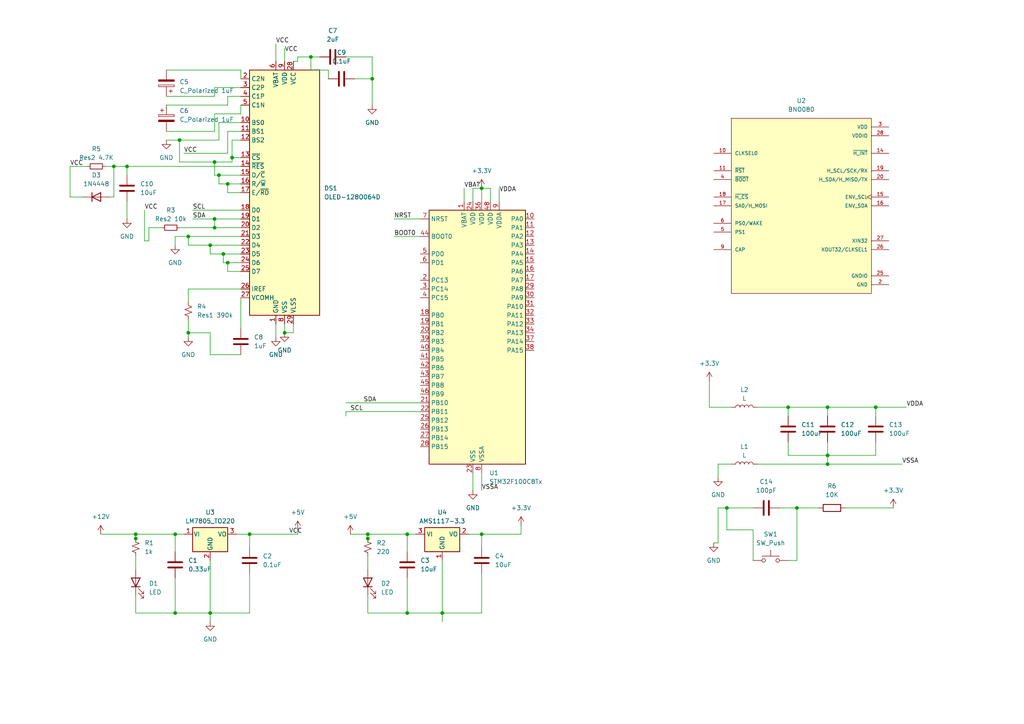
<source format=kicad_sch>
(kicad_sch (version 20230121) (generator eeschema)

  (uuid 65136eee-80ce-4b77-b986-b0cd295782c9)

  (paper "A4")

  (lib_symbols
    (symbol "BNO080:BNO080" (pin_names (offset 1.016)) (in_bom yes) (on_board yes)
      (property "Reference" "U" (at -20.32 26.67 0)
        (effects (font (size 1.27 1.27)) (justify left bottom))
      )
      (property "Value" "BNO080" (at -20.32 -29.21 0)
        (effects (font (size 1.27 1.27)) (justify left bottom))
      )
      (property "Footprint" "BNO080:IC_BNO080" (at 0 0 0)
        (effects (font (size 1.27 1.27)) (justify bottom) hide)
      )
      (property "Datasheet" "" (at 0 0 0)
        (effects (font (size 1.27 1.27)) hide)
      )
      (property "MF" "Hillcrest Laboratories," (at 0 0 0)
        (effects (font (size 1.27 1.27)) (justify bottom) hide)
      )
      (property "MAXIMUM_PACKAGE_HEIGHT" "1.180 mm" (at 0 0 0)
        (effects (font (size 1.27 1.27)) (justify bottom) hide)
      )
      (property "Package" "TFLGA-28 Hillcrest Laboratories," (at 0 0 0)
        (effects (font (size 1.27 1.27)) (justify bottom) hide)
      )
      (property "Price" "None" (at 0 0 0)
        (effects (font (size 1.27 1.27)) (justify bottom) hide)
      )
      (property "Check_prices" "https://www.snapeda.com/parts/BNO080/Hillcrest+Laboratories%252C+Inc./view-part/?ref=eda" (at 0 0 0)
        (effects (font (size 1.27 1.27)) (justify bottom) hide)
      )
      (property "STANDARD" "Manufacturer Recommendations" (at 0 0 0)
        (effects (font (size 1.27 1.27)) (justify bottom) hide)
      )
      (property "PARTREV" "1.6" (at 0 0 0)
        (effects (font (size 1.27 1.27)) (justify bottom) hide)
      )
      (property "SnapEDA_Link" "https://www.snapeda.com/parts/BNO080/Hillcrest+Laboratories%252C+Inc./view-part/?ref=snap" (at 0 0 0)
        (effects (font (size 1.27 1.27)) (justify bottom) hide)
      )
      (property "MP" "BNO080" (at 0 0 0)
        (effects (font (size 1.27 1.27)) (justify bottom) hide)
      )
      (property "Description" "\nAccelerometer, Gyroscope, Magnetometer, 9 Axis Sensor I²C, SPI, UART Output\n" (at 0 0 0)
        (effects (font (size 1.27 1.27)) (justify bottom) hide)
      )
      (property "Availability" "Not in stock" (at 0 0 0)
        (effects (font (size 1.27 1.27)) (justify bottom) hide)
      )
      (property "MANUFACTURER" "Hillcrest Laboratories, Inc." (at 0 0 0)
        (effects (font (size 1.27 1.27)) (justify bottom) hide)
      )
      (symbol "BNO080_0_0"
        (rectangle (start -20.32 -25.4) (end 20.32 25.4)
          (stroke (width 0.1524) (type default))
          (fill (type background))
        )
        (pin input line (at -25.4 15.24 0) (length 5.08)
          (name "CLKSEL0" (effects (font (size 1.016 1.016))))
          (number "10" (effects (font (size 1.016 1.016))))
        )
        (pin input line (at -25.4 10.16 0) (length 5.08)
          (name "~{RST}" (effects (font (size 1.016 1.016))))
          (number "11" (effects (font (size 1.016 1.016))))
        )
        (pin output line (at 25.4 15.24 180) (length 5.08)
          (name "~{H_INT}" (effects (font (size 1.016 1.016))))
          (number "14" (effects (font (size 1.016 1.016))))
        )
        (pin bidirectional clock (at 25.4 2.54 180) (length 5.08)
          (name "ENV_SCL" (effects (font (size 1.016 1.016))))
          (number "15" (effects (font (size 1.016 1.016))))
        )
        (pin bidirectional line (at 25.4 0 180) (length 5.08)
          (name "ENV_SDA" (effects (font (size 1.016 1.016))))
          (number "16" (effects (font (size 1.016 1.016))))
        )
        (pin input line (at -25.4 0 0) (length 5.08)
          (name "SA0/H_MOSI" (effects (font (size 1.016 1.016))))
          (number "17" (effects (font (size 1.016 1.016))))
        )
        (pin input line (at -25.4 2.54 0) (length 5.08)
          (name "~{H_CS}" (effects (font (size 1.016 1.016))))
          (number "18" (effects (font (size 1.016 1.016))))
        )
        (pin bidirectional line (at 25.4 10.16 180) (length 5.08)
          (name "H_SCL/SCK/RX" (effects (font (size 1.016 1.016))))
          (number "19" (effects (font (size 1.016 1.016))))
        )
        (pin power_in line (at 25.4 -22.86 180) (length 5.08)
          (name "GND" (effects (font (size 1.016 1.016))))
          (number "2" (effects (font (size 1.016 1.016))))
        )
        (pin bidirectional line (at 25.4 7.62 180) (length 5.08)
          (name "H_SDA/H_MISO/TX" (effects (font (size 1.016 1.016))))
          (number "20" (effects (font (size 1.016 1.016))))
        )
        (pin power_in line (at 25.4 -20.32 180) (length 5.08)
          (name "GNDIO" (effects (font (size 1.016 1.016))))
          (number "25" (effects (font (size 1.016 1.016))))
        )
        (pin output line (at 25.4 -12.7 180) (length 5.08)
          (name "XOUT32/CLKSEL1" (effects (font (size 1.016 1.016))))
          (number "26" (effects (font (size 1.016 1.016))))
        )
        (pin input line (at 25.4 -10.16 180) (length 5.08)
          (name "XIN32" (effects (font (size 1.016 1.016))))
          (number "27" (effects (font (size 1.016 1.016))))
        )
        (pin power_in line (at 25.4 20.32 180) (length 5.08)
          (name "VDDIO" (effects (font (size 1.016 1.016))))
          (number "28" (effects (font (size 1.016 1.016))))
        )
        (pin power_in line (at 25.4 22.86 180) (length 5.08)
          (name "VDD" (effects (font (size 1.016 1.016))))
          (number "3" (effects (font (size 1.016 1.016))))
        )
        (pin input line (at -25.4 7.62 0) (length 5.08)
          (name "~{BOOT}" (effects (font (size 1.016 1.016))))
          (number "4" (effects (font (size 1.016 1.016))))
        )
        (pin input line (at -25.4 -7.62 0) (length 5.08)
          (name "PS1" (effects (font (size 1.016 1.016))))
          (number "5" (effects (font (size 1.016 1.016))))
        )
        (pin input line (at -25.4 -5.08 0) (length 5.08)
          (name "PS0/WAKE" (effects (font (size 1.016 1.016))))
          (number "6" (effects (font (size 1.016 1.016))))
        )
        (pin passive line (at -25.4 -12.7 0) (length 5.08)
          (name "CAP" (effects (font (size 1.016 1.016))))
          (number "9" (effects (font (size 1.016 1.016))))
        )
      )
    )
    (symbol "Device:C" (pin_numbers hide) (pin_names (offset 0.254)) (in_bom yes) (on_board yes)
      (property "Reference" "C" (at 0.635 2.54 0)
        (effects (font (size 1.27 1.27)) (justify left))
      )
      (property "Value" "C" (at 0.635 -2.54 0)
        (effects (font (size 1.27 1.27)) (justify left))
      )
      (property "Footprint" "" (at 0.9652 -3.81 0)
        (effects (font (size 1.27 1.27)) hide)
      )
      (property "Datasheet" "~" (at 0 0 0)
        (effects (font (size 1.27 1.27)) hide)
      )
      (property "ki_keywords" "cap capacitor" (at 0 0 0)
        (effects (font (size 1.27 1.27)) hide)
      )
      (property "ki_description" "Unpolarized capacitor" (at 0 0 0)
        (effects (font (size 1.27 1.27)) hide)
      )
      (property "ki_fp_filters" "C_*" (at 0 0 0)
        (effects (font (size 1.27 1.27)) hide)
      )
      (symbol "C_0_1"
        (polyline
          (pts
            (xy -2.032 -0.762)
            (xy 2.032 -0.762)
          )
          (stroke (width 0.508) (type default))
          (fill (type none))
        )
        (polyline
          (pts
            (xy -2.032 0.762)
            (xy 2.032 0.762)
          )
          (stroke (width 0.508) (type default))
          (fill (type none))
        )
      )
      (symbol "C_1_1"
        (pin passive line (at 0 3.81 270) (length 2.794)
          (name "~" (effects (font (size 1.27 1.27))))
          (number "1" (effects (font (size 1.27 1.27))))
        )
        (pin passive line (at 0 -3.81 90) (length 2.794)
          (name "~" (effects (font (size 1.27 1.27))))
          (number "2" (effects (font (size 1.27 1.27))))
        )
      )
    )
    (symbol "Device:C_Polarized" (pin_numbers hide) (pin_names (offset 0.254)) (in_bom yes) (on_board yes)
      (property "Reference" "C" (at 0.635 2.54 0)
        (effects (font (size 1.27 1.27)) (justify left))
      )
      (property "Value" "C_Polarized" (at 0.635 -2.54 0)
        (effects (font (size 1.27 1.27)) (justify left))
      )
      (property "Footprint" "" (at 0.9652 -3.81 0)
        (effects (font (size 1.27 1.27)) hide)
      )
      (property "Datasheet" "~" (at 0 0 0)
        (effects (font (size 1.27 1.27)) hide)
      )
      (property "ki_keywords" "cap capacitor" (at 0 0 0)
        (effects (font (size 1.27 1.27)) hide)
      )
      (property "ki_description" "Polarized capacitor" (at 0 0 0)
        (effects (font (size 1.27 1.27)) hide)
      )
      (property "ki_fp_filters" "CP_*" (at 0 0 0)
        (effects (font (size 1.27 1.27)) hide)
      )
      (symbol "C_Polarized_0_1"
        (rectangle (start -2.286 0.508) (end 2.286 1.016)
          (stroke (width 0) (type default))
          (fill (type none))
        )
        (polyline
          (pts
            (xy -1.778 2.286)
            (xy -0.762 2.286)
          )
          (stroke (width 0) (type default))
          (fill (type none))
        )
        (polyline
          (pts
            (xy -1.27 2.794)
            (xy -1.27 1.778)
          )
          (stroke (width 0) (type default))
          (fill (type none))
        )
        (rectangle (start 2.286 -0.508) (end -2.286 -1.016)
          (stroke (width 0) (type default))
          (fill (type outline))
        )
      )
      (symbol "C_Polarized_1_1"
        (pin passive line (at 0 3.81 270) (length 2.794)
          (name "~" (effects (font (size 1.27 1.27))))
          (number "1" (effects (font (size 1.27 1.27))))
        )
        (pin passive line (at 0 -3.81 90) (length 2.794)
          (name "~" (effects (font (size 1.27 1.27))))
          (number "2" (effects (font (size 1.27 1.27))))
        )
      )
    )
    (symbol "Device:L" (pin_numbers hide) (pin_names (offset 1.016) hide) (in_bom yes) (on_board yes)
      (property "Reference" "L" (at -1.27 0 90)
        (effects (font (size 1.27 1.27)))
      )
      (property "Value" "L" (at 1.905 0 90)
        (effects (font (size 1.27 1.27)))
      )
      (property "Footprint" "" (at 0 0 0)
        (effects (font (size 1.27 1.27)) hide)
      )
      (property "Datasheet" "~" (at 0 0 0)
        (effects (font (size 1.27 1.27)) hide)
      )
      (property "ki_keywords" "inductor choke coil reactor magnetic" (at 0 0 0)
        (effects (font (size 1.27 1.27)) hide)
      )
      (property "ki_description" "Inductor" (at 0 0 0)
        (effects (font (size 1.27 1.27)) hide)
      )
      (property "ki_fp_filters" "Choke_* *Coil* Inductor_* L_*" (at 0 0 0)
        (effects (font (size 1.27 1.27)) hide)
      )
      (symbol "L_0_1"
        (arc (start 0 -2.54) (mid 0.6323 -1.905) (end 0 -1.27)
          (stroke (width 0) (type default))
          (fill (type none))
        )
        (arc (start 0 -1.27) (mid 0.6323 -0.635) (end 0 0)
          (stroke (width 0) (type default))
          (fill (type none))
        )
        (arc (start 0 0) (mid 0.6323 0.635) (end 0 1.27)
          (stroke (width 0) (type default))
          (fill (type none))
        )
        (arc (start 0 1.27) (mid 0.6323 1.905) (end 0 2.54)
          (stroke (width 0) (type default))
          (fill (type none))
        )
      )
      (symbol "L_1_1"
        (pin passive line (at 0 3.81 270) (length 1.27)
          (name "1" (effects (font (size 1.27 1.27))))
          (number "1" (effects (font (size 1.27 1.27))))
        )
        (pin passive line (at 0 -3.81 90) (length 1.27)
          (name "2" (effects (font (size 1.27 1.27))))
          (number "2" (effects (font (size 1.27 1.27))))
        )
      )
    )
    (symbol "Device:LED" (pin_numbers hide) (pin_names (offset 1.016) hide) (in_bom yes) (on_board yes)
      (property "Reference" "D" (at 0 2.54 0)
        (effects (font (size 1.27 1.27)))
      )
      (property "Value" "LED" (at 0 -2.54 0)
        (effects (font (size 1.27 1.27)))
      )
      (property "Footprint" "" (at 0 0 0)
        (effects (font (size 1.27 1.27)) hide)
      )
      (property "Datasheet" "~" (at 0 0 0)
        (effects (font (size 1.27 1.27)) hide)
      )
      (property "ki_keywords" "LED diode" (at 0 0 0)
        (effects (font (size 1.27 1.27)) hide)
      )
      (property "ki_description" "Light emitting diode" (at 0 0 0)
        (effects (font (size 1.27 1.27)) hide)
      )
      (property "ki_fp_filters" "LED* LED_SMD:* LED_THT:*" (at 0 0 0)
        (effects (font (size 1.27 1.27)) hide)
      )
      (symbol "LED_0_1"
        (polyline
          (pts
            (xy -1.27 -1.27)
            (xy -1.27 1.27)
          )
          (stroke (width 0.254) (type default))
          (fill (type none))
        )
        (polyline
          (pts
            (xy -1.27 0)
            (xy 1.27 0)
          )
          (stroke (width 0) (type default))
          (fill (type none))
        )
        (polyline
          (pts
            (xy 1.27 -1.27)
            (xy 1.27 1.27)
            (xy -1.27 0)
            (xy 1.27 -1.27)
          )
          (stroke (width 0.254) (type default))
          (fill (type none))
        )
        (polyline
          (pts
            (xy -3.048 -0.762)
            (xy -4.572 -2.286)
            (xy -3.81 -2.286)
            (xy -4.572 -2.286)
            (xy -4.572 -1.524)
          )
          (stroke (width 0) (type default))
          (fill (type none))
        )
        (polyline
          (pts
            (xy -1.778 -0.762)
            (xy -3.302 -2.286)
            (xy -2.54 -2.286)
            (xy -3.302 -2.286)
            (xy -3.302 -1.524)
          )
          (stroke (width 0) (type default))
          (fill (type none))
        )
      )
      (symbol "LED_1_1"
        (pin passive line (at -3.81 0 0) (length 2.54)
          (name "K" (effects (font (size 1.27 1.27))))
          (number "1" (effects (font (size 1.27 1.27))))
        )
        (pin passive line (at 3.81 0 180) (length 2.54)
          (name "A" (effects (font (size 1.27 1.27))))
          (number "2" (effects (font (size 1.27 1.27))))
        )
      )
    )
    (symbol "Device:R" (pin_numbers hide) (pin_names (offset 0)) (in_bom yes) (on_board yes)
      (property "Reference" "R" (at 2.032 0 90)
        (effects (font (size 1.27 1.27)))
      )
      (property "Value" "R" (at 0 0 90)
        (effects (font (size 1.27 1.27)))
      )
      (property "Footprint" "" (at -1.778 0 90)
        (effects (font (size 1.27 1.27)) hide)
      )
      (property "Datasheet" "~" (at 0 0 0)
        (effects (font (size 1.27 1.27)) hide)
      )
      (property "ki_keywords" "R res resistor" (at 0 0 0)
        (effects (font (size 1.27 1.27)) hide)
      )
      (property "ki_description" "Resistor" (at 0 0 0)
        (effects (font (size 1.27 1.27)) hide)
      )
      (property "ki_fp_filters" "R_*" (at 0 0 0)
        (effects (font (size 1.27 1.27)) hide)
      )
      (symbol "R_0_1"
        (rectangle (start -1.016 -2.54) (end 1.016 2.54)
          (stroke (width 0.254) (type default))
          (fill (type none))
        )
      )
      (symbol "R_1_1"
        (pin passive line (at 0 3.81 270) (length 1.27)
          (name "~" (effects (font (size 1.27 1.27))))
          (number "1" (effects (font (size 1.27 1.27))))
        )
        (pin passive line (at 0 -3.81 90) (length 1.27)
          (name "~" (effects (font (size 1.27 1.27))))
          (number "2" (effects (font (size 1.27 1.27))))
        )
      )
    )
    (symbol "Device:R_Small" (pin_numbers hide) (pin_names (offset 0.254) hide) (in_bom yes) (on_board yes)
      (property "Reference" "R" (at 0.762 0.508 0)
        (effects (font (size 1.27 1.27)) (justify left))
      )
      (property "Value" "R_Small" (at 0.762 -1.016 0)
        (effects (font (size 1.27 1.27)) (justify left))
      )
      (property "Footprint" "" (at 0 0 0)
        (effects (font (size 1.27 1.27)) hide)
      )
      (property "Datasheet" "~" (at 0 0 0)
        (effects (font (size 1.27 1.27)) hide)
      )
      (property "ki_keywords" "R resistor" (at 0 0 0)
        (effects (font (size 1.27 1.27)) hide)
      )
      (property "ki_description" "Resistor, small symbol" (at 0 0 0)
        (effects (font (size 1.27 1.27)) hide)
      )
      (property "ki_fp_filters" "R_*" (at 0 0 0)
        (effects (font (size 1.27 1.27)) hide)
      )
      (symbol "R_Small_0_1"
        (rectangle (start -0.762 1.778) (end 0.762 -1.778)
          (stroke (width 0.2032) (type default))
          (fill (type none))
        )
      )
      (symbol "R_Small_1_1"
        (pin passive line (at 0 2.54 270) (length 0.762)
          (name "~" (effects (font (size 1.27 1.27))))
          (number "1" (effects (font (size 1.27 1.27))))
        )
        (pin passive line (at 0 -2.54 90) (length 0.762)
          (name "~" (effects (font (size 1.27 1.27))))
          (number "2" (effects (font (size 1.27 1.27))))
        )
      )
    )
    (symbol "Device:R_Small_US" (pin_numbers hide) (pin_names (offset 0.254) hide) (in_bom yes) (on_board yes)
      (property "Reference" "R" (at 0.762 0.508 0)
        (effects (font (size 1.27 1.27)) (justify left))
      )
      (property "Value" "R_Small_US" (at 0.762 -1.016 0)
        (effects (font (size 1.27 1.27)) (justify left))
      )
      (property "Footprint" "" (at 0 0 0)
        (effects (font (size 1.27 1.27)) hide)
      )
      (property "Datasheet" "~" (at 0 0 0)
        (effects (font (size 1.27 1.27)) hide)
      )
      (property "ki_keywords" "r resistor" (at 0 0 0)
        (effects (font (size 1.27 1.27)) hide)
      )
      (property "ki_description" "Resistor, small US symbol" (at 0 0 0)
        (effects (font (size 1.27 1.27)) hide)
      )
      (property "ki_fp_filters" "R_*" (at 0 0 0)
        (effects (font (size 1.27 1.27)) hide)
      )
      (symbol "R_Small_US_1_1"
        (polyline
          (pts
            (xy 0 0)
            (xy 1.016 -0.381)
            (xy 0 -0.762)
            (xy -1.016 -1.143)
            (xy 0 -1.524)
          )
          (stroke (width 0) (type default))
          (fill (type none))
        )
        (polyline
          (pts
            (xy 0 1.524)
            (xy 1.016 1.143)
            (xy 0 0.762)
            (xy -1.016 0.381)
            (xy 0 0)
          )
          (stroke (width 0) (type default))
          (fill (type none))
        )
        (pin passive line (at 0 2.54 270) (length 1.016)
          (name "~" (effects (font (size 1.27 1.27))))
          (number "1" (effects (font (size 1.27 1.27))))
        )
        (pin passive line (at 0 -2.54 90) (length 1.016)
          (name "~" (effects (font (size 1.27 1.27))))
          (number "2" (effects (font (size 1.27 1.27))))
        )
      )
    )
    (symbol "Diode:1N4448" (pin_numbers hide) (pin_names hide) (in_bom yes) (on_board yes)
      (property "Reference" "D" (at 0 2.54 0)
        (effects (font (size 1.27 1.27)))
      )
      (property "Value" "1N4448" (at 0 -2.54 0)
        (effects (font (size 1.27 1.27)))
      )
      (property "Footprint" "Diode_THT:D_DO-35_SOD27_P7.62mm_Horizontal" (at 0 -4.445 0)
        (effects (font (size 1.27 1.27)) hide)
      )
      (property "Datasheet" "https://assets.nexperia.com/documents/data-sheet/1N4148_1N4448.pdf" (at 0 0 0)
        (effects (font (size 1.27 1.27)) hide)
      )
      (property "Sim.Device" "D" (at 0 0 0)
        (effects (font (size 1.27 1.27)) hide)
      )
      (property "Sim.Pins" "1=K 2=A" (at 0 0 0)
        (effects (font (size 1.27 1.27)) hide)
      )
      (property "ki_keywords" "diode" (at 0 0 0)
        (effects (font (size 1.27 1.27)) hide)
      )
      (property "ki_description" "100V 0.15A High-speed standard diode, DO-35" (at 0 0 0)
        (effects (font (size 1.27 1.27)) hide)
      )
      (property "ki_fp_filters" "D*DO?35*" (at 0 0 0)
        (effects (font (size 1.27 1.27)) hide)
      )
      (symbol "1N4448_0_1"
        (polyline
          (pts
            (xy -1.27 1.27)
            (xy -1.27 -1.27)
          )
          (stroke (width 0.254) (type default))
          (fill (type none))
        )
        (polyline
          (pts
            (xy 1.27 0)
            (xy -1.27 0)
          )
          (stroke (width 0) (type default))
          (fill (type none))
        )
        (polyline
          (pts
            (xy 1.27 1.27)
            (xy 1.27 -1.27)
            (xy -1.27 0)
            (xy 1.27 1.27)
          )
          (stroke (width 0.254) (type default))
          (fill (type none))
        )
      )
      (symbol "1N4448_1_1"
        (pin passive line (at -3.81 0 0) (length 2.54)
          (name "K" (effects (font (size 1.27 1.27))))
          (number "1" (effects (font (size 1.27 1.27))))
        )
        (pin passive line (at 3.81 0 180) (length 2.54)
          (name "A" (effects (font (size 1.27 1.27))))
          (number "2" (effects (font (size 1.27 1.27))))
        )
      )
    )
    (symbol "Display_Graphic:OLED-128O064D" (in_bom yes) (on_board yes)
      (property "Reference" "DS" (at -10.16 38.1 0)
        (effects (font (size 1.27 1.27)))
      )
      (property "Value" "OLED-128O064D" (at 12.7 38.1 0)
        (effects (font (size 1.27 1.27)))
      )
      (property "Footprint" "Display:OLED-128O064D" (at 0 0 0)
        (effects (font (size 1.27 1.27)) hide)
      )
      (property "Datasheet" "https://www.vishay.com/docs/37902/oled128o064dbpp3n00000.pdf" (at 0 20.32 0)
        (effects (font (size 1.27 1.27)) hide)
      )
      (property "ki_keywords" "display oled" (at 0 0 0)
        (effects (font (size 1.27 1.27)) hide)
      )
      (property "ki_description" "OLED display 128x64" (at 0 0 0)
        (effects (font (size 1.27 1.27)) hide)
      )
      (property "ki_fp_filters" "OLED?128O064D*" (at 0 0 0)
        (effects (font (size 1.27 1.27)) hide)
      )
      (symbol "OLED-128O064D_0_1"
        (rectangle (start -10.16 35.56) (end 10.16 -35.56)
          (stroke (width 0.254) (type default))
          (fill (type background))
        )
      )
      (symbol "OLED-128O064D_1_1"
        (pin power_in line (at -2.54 -38.1 90) (length 2.54)
          (name "GND" (effects (font (size 1.27 1.27))))
          (number "1" (effects (font (size 1.27 1.27))))
        )
        (pin input line (at -12.7 20.32 0) (length 2.54)
          (name "BS0" (effects (font (size 1.27 1.27))))
          (number "10" (effects (font (size 1.27 1.27))))
        )
        (pin input line (at -12.7 17.78 0) (length 2.54)
          (name "BS1" (effects (font (size 1.27 1.27))))
          (number "11" (effects (font (size 1.27 1.27))))
        )
        (pin input line (at -12.7 15.24 0) (length 2.54)
          (name "BS2" (effects (font (size 1.27 1.27))))
          (number "12" (effects (font (size 1.27 1.27))))
        )
        (pin input line (at -12.7 10.16 0) (length 2.54)
          (name "~{CS}" (effects (font (size 1.27 1.27))))
          (number "13" (effects (font (size 1.27 1.27))))
        )
        (pin input line (at -12.7 7.62 0) (length 2.54)
          (name "~{RES}" (effects (font (size 1.27 1.27))))
          (number "14" (effects (font (size 1.27 1.27))))
        )
        (pin input line (at -12.7 5.08 0) (length 2.54)
          (name "D/~{C}" (effects (font (size 1.27 1.27))))
          (number "15" (effects (font (size 1.27 1.27))))
        )
        (pin input line (at -12.7 2.54 0) (length 2.54)
          (name "R/~{W}" (effects (font (size 1.27 1.27))))
          (number "16" (effects (font (size 1.27 1.27))))
        )
        (pin input line (at -12.7 0 0) (length 2.54)
          (name "E/~{RD}" (effects (font (size 1.27 1.27))))
          (number "17" (effects (font (size 1.27 1.27))))
        )
        (pin bidirectional line (at -12.7 -5.08 0) (length 2.54)
          (name "D0" (effects (font (size 1.27 1.27))))
          (number "18" (effects (font (size 1.27 1.27))))
        )
        (pin bidirectional line (at -12.7 -7.62 0) (length 2.54)
          (name "D1" (effects (font (size 1.27 1.27))))
          (number "19" (effects (font (size 1.27 1.27))))
        )
        (pin passive line (at -12.7 33.02 0) (length 2.54)
          (name "C2N" (effects (font (size 1.27 1.27))))
          (number "2" (effects (font (size 1.27 1.27))))
        )
        (pin bidirectional line (at -12.7 -10.16 0) (length 2.54)
          (name "D2" (effects (font (size 1.27 1.27))))
          (number "20" (effects (font (size 1.27 1.27))))
        )
        (pin bidirectional line (at -12.7 -12.7 0) (length 2.54)
          (name "D3" (effects (font (size 1.27 1.27))))
          (number "21" (effects (font (size 1.27 1.27))))
        )
        (pin bidirectional line (at -12.7 -15.24 0) (length 2.54)
          (name "D4" (effects (font (size 1.27 1.27))))
          (number "22" (effects (font (size 1.27 1.27))))
        )
        (pin bidirectional line (at -12.7 -17.78 0) (length 2.54)
          (name "D5" (effects (font (size 1.27 1.27))))
          (number "23" (effects (font (size 1.27 1.27))))
        )
        (pin bidirectional line (at -12.7 -20.32 0) (length 2.54)
          (name "D6" (effects (font (size 1.27 1.27))))
          (number "24" (effects (font (size 1.27 1.27))))
        )
        (pin bidirectional line (at -12.7 -22.86 0) (length 2.54)
          (name "D7" (effects (font (size 1.27 1.27))))
          (number "25" (effects (font (size 1.27 1.27))))
        )
        (pin passive line (at -12.7 -27.94 0) (length 2.54)
          (name "IREF" (effects (font (size 1.27 1.27))))
          (number "26" (effects (font (size 1.27 1.27))))
        )
        (pin passive line (at -12.7 -30.48 0) (length 2.54)
          (name "VCOMH" (effects (font (size 1.27 1.27))))
          (number "27" (effects (font (size 1.27 1.27))))
        )
        (pin power_in line (at 2.54 38.1 270) (length 2.54)
          (name "VCC" (effects (font (size 1.27 1.27))))
          (number "28" (effects (font (size 1.27 1.27))))
        )
        (pin power_in line (at 2.54 -38.1 90) (length 2.54)
          (name "VLSS" (effects (font (size 1.27 1.27))))
          (number "29" (effects (font (size 1.27 1.27))))
        )
        (pin passive line (at -12.7 30.48 0) (length 2.54)
          (name "C2P" (effects (font (size 1.27 1.27))))
          (number "3" (effects (font (size 1.27 1.27))))
        )
        (pin passive line (at -2.54 -38.1 90) (length 2.54) hide
          (name "GND" (effects (font (size 1.27 1.27))))
          (number "30" (effects (font (size 1.27 1.27))))
        )
        (pin passive line (at -12.7 27.94 0) (length 2.54)
          (name "C1P" (effects (font (size 1.27 1.27))))
          (number "4" (effects (font (size 1.27 1.27))))
        )
        (pin passive line (at -12.7 25.4 0) (length 2.54)
          (name "C1N" (effects (font (size 1.27 1.27))))
          (number "5" (effects (font (size 1.27 1.27))))
        )
        (pin power_in line (at -2.54 38.1 270) (length 2.54)
          (name "VBAT" (effects (font (size 1.27 1.27))))
          (number "6" (effects (font (size 1.27 1.27))))
        )
        (pin no_connect line (at 10.16 0 180) (length 2.54) hide
          (name "NC" (effects (font (size 1.27 1.27))))
          (number "7" (effects (font (size 1.27 1.27))))
        )
        (pin power_in line (at 0 -38.1 90) (length 2.54)
          (name "VSS" (effects (font (size 1.27 1.27))))
          (number "8" (effects (font (size 1.27 1.27))))
        )
        (pin power_in line (at 0 38.1 270) (length 2.54)
          (name "VDD" (effects (font (size 1.27 1.27))))
          (number "9" (effects (font (size 1.27 1.27))))
        )
      )
    )
    (symbol "MCU_ST_STM32F1:STM32F100C8Tx" (in_bom yes) (on_board yes)
      (property "Reference" "U" (at -12.7 39.37 0)
        (effects (font (size 1.27 1.27)) (justify left))
      )
      (property "Value" "STM32F100C8Tx" (at 10.16 39.37 0)
        (effects (font (size 1.27 1.27)) (justify left))
      )
      (property "Footprint" "Package_QFP:LQFP-48_7x7mm_P0.5mm" (at -12.7 -35.56 0)
        (effects (font (size 1.27 1.27)) (justify right) hide)
      )
      (property "Datasheet" "https://www.st.com/resource/en/datasheet/stm32f100c8.pdf" (at 0 0 0)
        (effects (font (size 1.27 1.27)) hide)
      )
      (property "ki_locked" "" (at 0 0 0)
        (effects (font (size 1.27 1.27)))
      )
      (property "ki_keywords" "Arm Cortex-M3 STM32F1 STM32F100 Value Line" (at 0 0 0)
        (effects (font (size 1.27 1.27)) hide)
      )
      (property "ki_description" "STMicroelectronics Arm Cortex-M3 MCU, 64KB flash, 8KB RAM, 24 MHz, 2.0-3.6V, 37 GPIO, LQFP48" (at 0 0 0)
        (effects (font (size 1.27 1.27)) hide)
      )
      (property "ki_fp_filters" "LQFP*7x7mm*P0.5mm*" (at 0 0 0)
        (effects (font (size 1.27 1.27)) hide)
      )
      (symbol "STM32F100C8Tx_0_1"
        (rectangle (start -12.7 -35.56) (end 15.24 38.1)
          (stroke (width 0.254) (type default))
          (fill (type background))
        )
      )
      (symbol "STM32F100C8Tx_1_1"
        (pin power_in line (at -2.54 40.64 270) (length 2.54)
          (name "VBAT" (effects (font (size 1.27 1.27))))
          (number "1" (effects (font (size 1.27 1.27))))
        )
        (pin bidirectional line (at 17.78 35.56 180) (length 2.54)
          (name "PA0" (effects (font (size 1.27 1.27))))
          (number "10" (effects (font (size 1.27 1.27))))
          (alternate "ADC1_IN0" bidirectional line)
          (alternate "SYS_WKUP" bidirectional line)
          (alternate "TIM2_CH1" bidirectional line)
          (alternate "TIM2_ETR" bidirectional line)
          (alternate "USART2_CTS" bidirectional line)
        )
        (pin bidirectional line (at 17.78 33.02 180) (length 2.54)
          (name "PA1" (effects (font (size 1.27 1.27))))
          (number "11" (effects (font (size 1.27 1.27))))
          (alternate "ADC1_IN1" bidirectional line)
          (alternate "TIM2_CH2" bidirectional line)
          (alternate "USART2_RTS" bidirectional line)
        )
        (pin bidirectional line (at 17.78 30.48 180) (length 2.54)
          (name "PA2" (effects (font (size 1.27 1.27))))
          (number "12" (effects (font (size 1.27 1.27))))
          (alternate "ADC1_IN2" bidirectional line)
          (alternate "TIM15_CH1" bidirectional line)
          (alternate "TIM2_CH3" bidirectional line)
          (alternate "USART2_TX" bidirectional line)
        )
        (pin bidirectional line (at 17.78 27.94 180) (length 2.54)
          (name "PA3" (effects (font (size 1.27 1.27))))
          (number "13" (effects (font (size 1.27 1.27))))
          (alternate "ADC1_IN3" bidirectional line)
          (alternate "TIM15_CH2" bidirectional line)
          (alternate "TIM2_CH4" bidirectional line)
          (alternate "USART2_RX" bidirectional line)
        )
        (pin bidirectional line (at 17.78 25.4 180) (length 2.54)
          (name "PA4" (effects (font (size 1.27 1.27))))
          (number "14" (effects (font (size 1.27 1.27))))
          (alternate "ADC1_IN4" bidirectional line)
          (alternate "DAC_OUT1" bidirectional line)
          (alternate "SPI1_NSS" bidirectional line)
          (alternate "USART2_CK" bidirectional line)
        )
        (pin bidirectional line (at 17.78 22.86 180) (length 2.54)
          (name "PA5" (effects (font (size 1.27 1.27))))
          (number "15" (effects (font (size 1.27 1.27))))
          (alternate "ADC1_IN5" bidirectional line)
          (alternate "DAC_OUT2" bidirectional line)
          (alternate "SPI1_SCK" bidirectional line)
        )
        (pin bidirectional line (at 17.78 20.32 180) (length 2.54)
          (name "PA6" (effects (font (size 1.27 1.27))))
          (number "16" (effects (font (size 1.27 1.27))))
          (alternate "ADC1_IN6" bidirectional line)
          (alternate "SPI1_MISO" bidirectional line)
          (alternate "TIM16_CH1" bidirectional line)
          (alternate "TIM1_BKIN" bidirectional line)
          (alternate "TIM3_CH1" bidirectional line)
        )
        (pin bidirectional line (at 17.78 17.78 180) (length 2.54)
          (name "PA7" (effects (font (size 1.27 1.27))))
          (number "17" (effects (font (size 1.27 1.27))))
          (alternate "ADC1_IN7" bidirectional line)
          (alternate "SPI1_MOSI" bidirectional line)
          (alternate "TIM17_CH1" bidirectional line)
          (alternate "TIM1_CH1N" bidirectional line)
          (alternate "TIM3_CH2" bidirectional line)
        )
        (pin bidirectional line (at -15.24 7.62 0) (length 2.54)
          (name "PB0" (effects (font (size 1.27 1.27))))
          (number "18" (effects (font (size 1.27 1.27))))
          (alternate "ADC1_IN8" bidirectional line)
          (alternate "TIM1_CH2N" bidirectional line)
          (alternate "TIM3_CH3" bidirectional line)
        )
        (pin bidirectional line (at -15.24 5.08 0) (length 2.54)
          (name "PB1" (effects (font (size 1.27 1.27))))
          (number "19" (effects (font (size 1.27 1.27))))
          (alternate "ADC1_IN9" bidirectional line)
          (alternate "TIM1_CH3N" bidirectional line)
          (alternate "TIM3_CH4" bidirectional line)
        )
        (pin bidirectional line (at -15.24 17.78 0) (length 2.54)
          (name "PC13" (effects (font (size 1.27 1.27))))
          (number "2" (effects (font (size 1.27 1.27))))
          (alternate "RTC_OUT" bidirectional line)
          (alternate "RTC_TAMPER" bidirectional line)
        )
        (pin bidirectional line (at -15.24 2.54 0) (length 2.54)
          (name "PB2" (effects (font (size 1.27 1.27))))
          (number "20" (effects (font (size 1.27 1.27))))
        )
        (pin bidirectional line (at -15.24 -17.78 0) (length 2.54)
          (name "PB10" (effects (font (size 1.27 1.27))))
          (number "21" (effects (font (size 1.27 1.27))))
          (alternate "CEC" bidirectional line)
          (alternate "I2C2_SCL" bidirectional line)
          (alternate "TIM2_CH3" bidirectional line)
          (alternate "USART3_TX" bidirectional line)
        )
        (pin bidirectional line (at -15.24 -20.32 0) (length 2.54)
          (name "PB11" (effects (font (size 1.27 1.27))))
          (number "22" (effects (font (size 1.27 1.27))))
          (alternate "ADC1_EXTI11" bidirectional line)
          (alternate "I2C2_SDA" bidirectional line)
          (alternate "TIM2_CH4" bidirectional line)
          (alternate "USART3_RX" bidirectional line)
        )
        (pin power_in line (at 0 -38.1 90) (length 2.54)
          (name "VSS" (effects (font (size 1.27 1.27))))
          (number "23" (effects (font (size 1.27 1.27))))
        )
        (pin power_in line (at 0 40.64 270) (length 2.54)
          (name "VDD" (effects (font (size 1.27 1.27))))
          (number "24" (effects (font (size 1.27 1.27))))
        )
        (pin bidirectional line (at -15.24 -22.86 0) (length 2.54)
          (name "PB12" (effects (font (size 1.27 1.27))))
          (number "25" (effects (font (size 1.27 1.27))))
          (alternate "I2C2_SMBA" bidirectional line)
          (alternate "SPI2_NSS" bidirectional line)
          (alternate "TIM1_BKIN" bidirectional line)
          (alternate "USART3_CK" bidirectional line)
        )
        (pin bidirectional line (at -15.24 -25.4 0) (length 2.54)
          (name "PB13" (effects (font (size 1.27 1.27))))
          (number "26" (effects (font (size 1.27 1.27))))
          (alternate "SPI2_SCK" bidirectional line)
          (alternate "TIM1_CH1N" bidirectional line)
          (alternate "USART3_CTS" bidirectional line)
        )
        (pin bidirectional line (at -15.24 -27.94 0) (length 2.54)
          (name "PB14" (effects (font (size 1.27 1.27))))
          (number "27" (effects (font (size 1.27 1.27))))
          (alternate "SPI2_MISO" bidirectional line)
          (alternate "TIM15_CH1" bidirectional line)
          (alternate "TIM1_CH2N" bidirectional line)
          (alternate "USART3_RTS" bidirectional line)
        )
        (pin bidirectional line (at -15.24 -30.48 0) (length 2.54)
          (name "PB15" (effects (font (size 1.27 1.27))))
          (number "28" (effects (font (size 1.27 1.27))))
          (alternate "ADC1_EXTI15" bidirectional line)
          (alternate "SPI2_MOSI" bidirectional line)
          (alternate "TIM15_CH1N" bidirectional line)
          (alternate "TIM15_CH2" bidirectional line)
          (alternate "TIM1_CH3N" bidirectional line)
        )
        (pin bidirectional line (at 17.78 15.24 180) (length 2.54)
          (name "PA8" (effects (font (size 1.27 1.27))))
          (number "29" (effects (font (size 1.27 1.27))))
          (alternate "RCC_MCO" bidirectional line)
          (alternate "TIM1_CH1" bidirectional line)
          (alternate "USART1_CK" bidirectional line)
        )
        (pin bidirectional line (at -15.24 15.24 0) (length 2.54)
          (name "PC14" (effects (font (size 1.27 1.27))))
          (number "3" (effects (font (size 1.27 1.27))))
          (alternate "RCC_OSC32_IN" bidirectional line)
        )
        (pin bidirectional line (at 17.78 12.7 180) (length 2.54)
          (name "PA9" (effects (font (size 1.27 1.27))))
          (number "30" (effects (font (size 1.27 1.27))))
          (alternate "DAC_EXTI9" bidirectional line)
          (alternate "TIM15_BKIN" bidirectional line)
          (alternate "TIM1_CH2" bidirectional line)
          (alternate "USART1_TX" bidirectional line)
        )
        (pin bidirectional line (at 17.78 10.16 180) (length 2.54)
          (name "PA10" (effects (font (size 1.27 1.27))))
          (number "31" (effects (font (size 1.27 1.27))))
          (alternate "TIM17_BKIN" bidirectional line)
          (alternate "TIM1_CH3" bidirectional line)
          (alternate "USART1_RX" bidirectional line)
        )
        (pin bidirectional line (at 17.78 7.62 180) (length 2.54)
          (name "PA11" (effects (font (size 1.27 1.27))))
          (number "32" (effects (font (size 1.27 1.27))))
          (alternate "ADC1_EXTI11" bidirectional line)
          (alternate "TIM1_CH4" bidirectional line)
          (alternate "USART1_CTS" bidirectional line)
        )
        (pin bidirectional line (at 17.78 5.08 180) (length 2.54)
          (name "PA12" (effects (font (size 1.27 1.27))))
          (number "33" (effects (font (size 1.27 1.27))))
          (alternate "TIM1_ETR" bidirectional line)
          (alternate "USART1_RTS" bidirectional line)
        )
        (pin bidirectional line (at 17.78 2.54 180) (length 2.54)
          (name "PA13" (effects (font (size 1.27 1.27))))
          (number "34" (effects (font (size 1.27 1.27))))
          (alternate "SYS_JTMS-SWDIO" bidirectional line)
        )
        (pin passive line (at 0 -38.1 90) (length 2.54) hide
          (name "VSS" (effects (font (size 1.27 1.27))))
          (number "35" (effects (font (size 1.27 1.27))))
        )
        (pin power_in line (at 2.54 40.64 270) (length 2.54)
          (name "VDD" (effects (font (size 1.27 1.27))))
          (number "36" (effects (font (size 1.27 1.27))))
        )
        (pin bidirectional line (at 17.78 0 180) (length 2.54)
          (name "PA14" (effects (font (size 1.27 1.27))))
          (number "37" (effects (font (size 1.27 1.27))))
          (alternate "SYS_JTCK-SWCLK" bidirectional line)
        )
        (pin bidirectional line (at 17.78 -2.54 180) (length 2.54)
          (name "PA15" (effects (font (size 1.27 1.27))))
          (number "38" (effects (font (size 1.27 1.27))))
          (alternate "ADC1_EXTI15" bidirectional line)
          (alternate "SPI1_NSS" bidirectional line)
          (alternate "SYS_JTDI" bidirectional line)
          (alternate "TIM2_CH1" bidirectional line)
          (alternate "TIM2_ETR" bidirectional line)
        )
        (pin bidirectional line (at -15.24 0 0) (length 2.54)
          (name "PB3" (effects (font (size 1.27 1.27))))
          (number "39" (effects (font (size 1.27 1.27))))
          (alternate "SPI1_SCK" bidirectional line)
          (alternate "SYS_JTDO-TRACESWO" bidirectional line)
          (alternate "TIM2_CH2" bidirectional line)
        )
        (pin bidirectional line (at -15.24 12.7 0) (length 2.54)
          (name "PC15" (effects (font (size 1.27 1.27))))
          (number "4" (effects (font (size 1.27 1.27))))
          (alternate "ADC1_EXTI15" bidirectional line)
          (alternate "RCC_OSC32_OUT" bidirectional line)
        )
        (pin bidirectional line (at -15.24 -2.54 0) (length 2.54)
          (name "PB4" (effects (font (size 1.27 1.27))))
          (number "40" (effects (font (size 1.27 1.27))))
          (alternate "SPI1_MISO" bidirectional line)
          (alternate "SYS_NJTRST" bidirectional line)
          (alternate "TIM3_CH1" bidirectional line)
        )
        (pin bidirectional line (at -15.24 -5.08 0) (length 2.54)
          (name "PB5" (effects (font (size 1.27 1.27))))
          (number "41" (effects (font (size 1.27 1.27))))
          (alternate "I2C1_SMBA" bidirectional line)
          (alternate "SPI1_MOSI" bidirectional line)
          (alternate "TIM16_BKIN" bidirectional line)
          (alternate "TIM3_CH2" bidirectional line)
        )
        (pin bidirectional line (at -15.24 -7.62 0) (length 2.54)
          (name "PB6" (effects (font (size 1.27 1.27))))
          (number "42" (effects (font (size 1.27 1.27))))
          (alternate "I2C1_SCL" bidirectional line)
          (alternate "TIM16_CH1N" bidirectional line)
          (alternate "TIM4_CH1" bidirectional line)
          (alternate "USART1_TX" bidirectional line)
        )
        (pin bidirectional line (at -15.24 -10.16 0) (length 2.54)
          (name "PB7" (effects (font (size 1.27 1.27))))
          (number "43" (effects (font (size 1.27 1.27))))
          (alternate "I2C1_SDA" bidirectional line)
          (alternate "TIM17_CH1N" bidirectional line)
          (alternate "TIM4_CH2" bidirectional line)
          (alternate "USART1_RX" bidirectional line)
        )
        (pin input line (at -15.24 30.48 0) (length 2.54)
          (name "BOOT0" (effects (font (size 1.27 1.27))))
          (number "44" (effects (font (size 1.27 1.27))))
        )
        (pin bidirectional line (at -15.24 -12.7 0) (length 2.54)
          (name "PB8" (effects (font (size 1.27 1.27))))
          (number "45" (effects (font (size 1.27 1.27))))
          (alternate "CEC" bidirectional line)
          (alternate "I2C1_SCL" bidirectional line)
          (alternate "TIM16_CH1" bidirectional line)
          (alternate "TIM4_CH3" bidirectional line)
        )
        (pin bidirectional line (at -15.24 -15.24 0) (length 2.54)
          (name "PB9" (effects (font (size 1.27 1.27))))
          (number "46" (effects (font (size 1.27 1.27))))
          (alternate "DAC_EXTI9" bidirectional line)
          (alternate "I2C1_SDA" bidirectional line)
          (alternate "TIM17_CH1" bidirectional line)
          (alternate "TIM4_CH4" bidirectional line)
        )
        (pin passive line (at 0 -38.1 90) (length 2.54) hide
          (name "VSS" (effects (font (size 1.27 1.27))))
          (number "47" (effects (font (size 1.27 1.27))))
        )
        (pin power_in line (at 5.08 40.64 270) (length 2.54)
          (name "VDD" (effects (font (size 1.27 1.27))))
          (number "48" (effects (font (size 1.27 1.27))))
        )
        (pin bidirectional line (at -15.24 25.4 0) (length 2.54)
          (name "PD0" (effects (font (size 1.27 1.27))))
          (number "5" (effects (font (size 1.27 1.27))))
          (alternate "RCC_OSC_IN" bidirectional line)
        )
        (pin bidirectional line (at -15.24 22.86 0) (length 2.54)
          (name "PD1" (effects (font (size 1.27 1.27))))
          (number "6" (effects (font (size 1.27 1.27))))
          (alternate "RCC_OSC_OUT" bidirectional line)
        )
        (pin input line (at -15.24 35.56 0) (length 2.54)
          (name "NRST" (effects (font (size 1.27 1.27))))
          (number "7" (effects (font (size 1.27 1.27))))
        )
        (pin power_in line (at 2.54 -38.1 90) (length 2.54)
          (name "VSSA" (effects (font (size 1.27 1.27))))
          (number "8" (effects (font (size 1.27 1.27))))
        )
        (pin power_in line (at 7.62 40.64 270) (length 2.54)
          (name "VDDA" (effects (font (size 1.27 1.27))))
          (number "9" (effects (font (size 1.27 1.27))))
        )
      )
    )
    (symbol "Regulator_Linear:AMS1117-3.3" (in_bom yes) (on_board yes)
      (property "Reference" "U" (at -3.81 3.175 0)
        (effects (font (size 1.27 1.27)))
      )
      (property "Value" "AMS1117-3.3" (at 0 3.175 0)
        (effects (font (size 1.27 1.27)) (justify left))
      )
      (property "Footprint" "Package_TO_SOT_SMD:SOT-223-3_TabPin2" (at 0 5.08 0)
        (effects (font (size 1.27 1.27)) hide)
      )
      (property "Datasheet" "http://www.advanced-monolithic.com/pdf/ds1117.pdf" (at 2.54 -6.35 0)
        (effects (font (size 1.27 1.27)) hide)
      )
      (property "ki_keywords" "linear regulator ldo fixed positive" (at 0 0 0)
        (effects (font (size 1.27 1.27)) hide)
      )
      (property "ki_description" "1A Low Dropout regulator, positive, 3.3V fixed output, SOT-223" (at 0 0 0)
        (effects (font (size 1.27 1.27)) hide)
      )
      (property "ki_fp_filters" "SOT?223*TabPin2*" (at 0 0 0)
        (effects (font (size 1.27 1.27)) hide)
      )
      (symbol "AMS1117-3.3_0_1"
        (rectangle (start -5.08 -5.08) (end 5.08 1.905)
          (stroke (width 0.254) (type default))
          (fill (type background))
        )
      )
      (symbol "AMS1117-3.3_1_1"
        (pin power_in line (at 0 -7.62 90) (length 2.54)
          (name "GND" (effects (font (size 1.27 1.27))))
          (number "1" (effects (font (size 1.27 1.27))))
        )
        (pin power_out line (at 7.62 0 180) (length 2.54)
          (name "VO" (effects (font (size 1.27 1.27))))
          (number "2" (effects (font (size 1.27 1.27))))
        )
        (pin power_in line (at -7.62 0 0) (length 2.54)
          (name "VI" (effects (font (size 1.27 1.27))))
          (number "3" (effects (font (size 1.27 1.27))))
        )
      )
    )
    (symbol "Regulator_Linear:LM7805_TO220" (pin_names (offset 0.254)) (in_bom yes) (on_board yes)
      (property "Reference" "U" (at -3.81 3.175 0)
        (effects (font (size 1.27 1.27)))
      )
      (property "Value" "LM7805_TO220" (at 0 3.175 0)
        (effects (font (size 1.27 1.27)) (justify left))
      )
      (property "Footprint" "Package_TO_SOT_THT:TO-220-3_Vertical" (at 0 5.715 0)
        (effects (font (size 1.27 1.27) italic) hide)
      )
      (property "Datasheet" "https://www.onsemi.cn/PowerSolutions/document/MC7800-D.PDF" (at 0 -1.27 0)
        (effects (font (size 1.27 1.27)) hide)
      )
      (property "ki_keywords" "Voltage Regulator 1A Positive" (at 0 0 0)
        (effects (font (size 1.27 1.27)) hide)
      )
      (property "ki_description" "Positive 1A 35V Linear Regulator, Fixed Output 5V, TO-220" (at 0 0 0)
        (effects (font (size 1.27 1.27)) hide)
      )
      (property "ki_fp_filters" "TO?220*" (at 0 0 0)
        (effects (font (size 1.27 1.27)) hide)
      )
      (symbol "LM7805_TO220_0_1"
        (rectangle (start -5.08 1.905) (end 5.08 -5.08)
          (stroke (width 0.254) (type default))
          (fill (type background))
        )
      )
      (symbol "LM7805_TO220_1_1"
        (pin power_in line (at -7.62 0 0) (length 2.54)
          (name "VI" (effects (font (size 1.27 1.27))))
          (number "1" (effects (font (size 1.27 1.27))))
        )
        (pin power_in line (at 0 -7.62 90) (length 2.54)
          (name "GND" (effects (font (size 1.27 1.27))))
          (number "2" (effects (font (size 1.27 1.27))))
        )
        (pin power_out line (at 7.62 0 180) (length 2.54)
          (name "VO" (effects (font (size 1.27 1.27))))
          (number "3" (effects (font (size 1.27 1.27))))
        )
      )
    )
    (symbol "Switch:SW_Push" (pin_numbers hide) (pin_names (offset 1.016) hide) (in_bom yes) (on_board yes)
      (property "Reference" "SW" (at 1.27 2.54 0)
        (effects (font (size 1.27 1.27)) (justify left))
      )
      (property "Value" "SW_Push" (at 0 -1.524 0)
        (effects (font (size 1.27 1.27)))
      )
      (property "Footprint" "" (at 0 5.08 0)
        (effects (font (size 1.27 1.27)) hide)
      )
      (property "Datasheet" "~" (at 0 5.08 0)
        (effects (font (size 1.27 1.27)) hide)
      )
      (property "ki_keywords" "switch normally-open pushbutton push-button" (at 0 0 0)
        (effects (font (size 1.27 1.27)) hide)
      )
      (property "ki_description" "Push button switch, generic, two pins" (at 0 0 0)
        (effects (font (size 1.27 1.27)) hide)
      )
      (symbol "SW_Push_0_1"
        (circle (center -2.032 0) (radius 0.508)
          (stroke (width 0) (type default))
          (fill (type none))
        )
        (polyline
          (pts
            (xy 0 1.27)
            (xy 0 3.048)
          )
          (stroke (width 0) (type default))
          (fill (type none))
        )
        (polyline
          (pts
            (xy 2.54 1.27)
            (xy -2.54 1.27)
          )
          (stroke (width 0) (type default))
          (fill (type none))
        )
        (circle (center 2.032 0) (radius 0.508)
          (stroke (width 0) (type default))
          (fill (type none))
        )
        (pin passive line (at -5.08 0 0) (length 2.54)
          (name "1" (effects (font (size 1.27 1.27))))
          (number "1" (effects (font (size 1.27 1.27))))
        )
        (pin passive line (at 5.08 0 180) (length 2.54)
          (name "2" (effects (font (size 1.27 1.27))))
          (number "2" (effects (font (size 1.27 1.27))))
        )
      )
    )
    (symbol "power:+12V" (power) (pin_names (offset 0)) (in_bom yes) (on_board yes)
      (property "Reference" "#PWR" (at 0 -3.81 0)
        (effects (font (size 1.27 1.27)) hide)
      )
      (property "Value" "+12V" (at 0 3.556 0)
        (effects (font (size 1.27 1.27)))
      )
      (property "Footprint" "" (at 0 0 0)
        (effects (font (size 1.27 1.27)) hide)
      )
      (property "Datasheet" "" (at 0 0 0)
        (effects (font (size 1.27 1.27)) hide)
      )
      (property "ki_keywords" "global power" (at 0 0 0)
        (effects (font (size 1.27 1.27)) hide)
      )
      (property "ki_description" "Power symbol creates a global label with name \"+12V\"" (at 0 0 0)
        (effects (font (size 1.27 1.27)) hide)
      )
      (symbol "+12V_0_1"
        (polyline
          (pts
            (xy -0.762 1.27)
            (xy 0 2.54)
          )
          (stroke (width 0) (type default))
          (fill (type none))
        )
        (polyline
          (pts
            (xy 0 0)
            (xy 0 2.54)
          )
          (stroke (width 0) (type default))
          (fill (type none))
        )
        (polyline
          (pts
            (xy 0 2.54)
            (xy 0.762 1.27)
          )
          (stroke (width 0) (type default))
          (fill (type none))
        )
      )
      (symbol "+12V_1_1"
        (pin power_in line (at 0 0 90) (length 0) hide
          (name "+12V" (effects (font (size 1.27 1.27))))
          (number "1" (effects (font (size 1.27 1.27))))
        )
      )
    )
    (symbol "power:+3.3V" (power) (pin_names (offset 0)) (in_bom yes) (on_board yes)
      (property "Reference" "#PWR" (at 0 -3.81 0)
        (effects (font (size 1.27 1.27)) hide)
      )
      (property "Value" "+3.3V" (at 0 3.556 0)
        (effects (font (size 1.27 1.27)))
      )
      (property "Footprint" "" (at 0 0 0)
        (effects (font (size 1.27 1.27)) hide)
      )
      (property "Datasheet" "" (at 0 0 0)
        (effects (font (size 1.27 1.27)) hide)
      )
      (property "ki_keywords" "global power" (at 0 0 0)
        (effects (font (size 1.27 1.27)) hide)
      )
      (property "ki_description" "Power symbol creates a global label with name \"+3.3V\"" (at 0 0 0)
        (effects (font (size 1.27 1.27)) hide)
      )
      (symbol "+3.3V_0_1"
        (polyline
          (pts
            (xy -0.762 1.27)
            (xy 0 2.54)
          )
          (stroke (width 0) (type default))
          (fill (type none))
        )
        (polyline
          (pts
            (xy 0 0)
            (xy 0 2.54)
          )
          (stroke (width 0) (type default))
          (fill (type none))
        )
        (polyline
          (pts
            (xy 0 2.54)
            (xy 0.762 1.27)
          )
          (stroke (width 0) (type default))
          (fill (type none))
        )
      )
      (symbol "+3.3V_1_1"
        (pin power_in line (at 0 0 90) (length 0) hide
          (name "+3.3V" (effects (font (size 1.27 1.27))))
          (number "1" (effects (font (size 1.27 1.27))))
        )
      )
    )
    (symbol "power:+5V" (power) (pin_names (offset 0)) (in_bom yes) (on_board yes)
      (property "Reference" "#PWR" (at 0 -3.81 0)
        (effects (font (size 1.27 1.27)) hide)
      )
      (property "Value" "+5V" (at 0 3.556 0)
        (effects (font (size 1.27 1.27)))
      )
      (property "Footprint" "" (at 0 0 0)
        (effects (font (size 1.27 1.27)) hide)
      )
      (property "Datasheet" "" (at 0 0 0)
        (effects (font (size 1.27 1.27)) hide)
      )
      (property "ki_keywords" "global power" (at 0 0 0)
        (effects (font (size 1.27 1.27)) hide)
      )
      (property "ki_description" "Power symbol creates a global label with name \"+5V\"" (at 0 0 0)
        (effects (font (size 1.27 1.27)) hide)
      )
      (symbol "+5V_0_1"
        (polyline
          (pts
            (xy -0.762 1.27)
            (xy 0 2.54)
          )
          (stroke (width 0) (type default))
          (fill (type none))
        )
        (polyline
          (pts
            (xy 0 0)
            (xy 0 2.54)
          )
          (stroke (width 0) (type default))
          (fill (type none))
        )
        (polyline
          (pts
            (xy 0 2.54)
            (xy 0.762 1.27)
          )
          (stroke (width 0) (type default))
          (fill (type none))
        )
      )
      (symbol "+5V_1_1"
        (pin power_in line (at 0 0 90) (length 0) hide
          (name "+5V" (effects (font (size 1.27 1.27))))
          (number "1" (effects (font (size 1.27 1.27))))
        )
      )
    )
    (symbol "power:GND" (power) (pin_names (offset 0)) (in_bom yes) (on_board yes)
      (property "Reference" "#PWR" (at 0 -6.35 0)
        (effects (font (size 1.27 1.27)) hide)
      )
      (property "Value" "GND" (at 0 -3.81 0)
        (effects (font (size 1.27 1.27)))
      )
      (property "Footprint" "" (at 0 0 0)
        (effects (font (size 1.27 1.27)) hide)
      )
      (property "Datasheet" "" (at 0 0 0)
        (effects (font (size 1.27 1.27)) hide)
      )
      (property "ki_keywords" "global power" (at 0 0 0)
        (effects (font (size 1.27 1.27)) hide)
      )
      (property "ki_description" "Power symbol creates a global label with name \"GND\" , ground" (at 0 0 0)
        (effects (font (size 1.27 1.27)) hide)
      )
      (symbol "GND_0_1"
        (polyline
          (pts
            (xy 0 0)
            (xy 0 -1.27)
            (xy 1.27 -1.27)
            (xy 0 -2.54)
            (xy -1.27 -1.27)
            (xy 0 -1.27)
          )
          (stroke (width 0) (type default))
          (fill (type none))
        )
      )
      (symbol "GND_1_1"
        (pin power_in line (at 0 0 270) (length 0) hide
          (name "GND" (effects (font (size 1.27 1.27))))
          (number "1" (effects (font (size 1.27 1.27))))
        )
      )
    )
  )

  (junction (at 82.55 96.52) (diameter 0) (color 0 0 0 0)
    (uuid 0197b337-655c-42a7-87ca-ca0963608d73)
  )
  (junction (at 54.61 68.58) (diameter 0) (color 0 0 0 0)
    (uuid 0b3a3bb5-5a1a-4be3-b190-a2333dee5c45)
  )
  (junction (at 254 118.11) (diameter 0) (color 0 0 0 0)
    (uuid 1fda38a4-9bca-4df4-8115-77313bad7b9d)
  )
  (junction (at 64.77 73.66) (diameter 0) (color 0 0 0 0)
    (uuid 1ffde6d4-42a2-4aac-99d8-cee91e43ea7b)
  )
  (junction (at 228.6 118.11) (diameter 0) (color 0 0 0 0)
    (uuid 263518c8-364f-44a6-93dd-104fee1279bd)
  )
  (junction (at 231.14 147.32) (diameter 0) (color 0 0 0 0)
    (uuid 35705ba8-cb9c-4600-a17c-21ce077e7784)
  )
  (junction (at 50.8 177.8) (diameter 0) (color 0 0 0 0)
    (uuid 3741e141-05d5-4293-b5b1-1b5aef844532)
  )
  (junction (at 60.96 71.12) (diameter 0) (color 0 0 0 0)
    (uuid 4d73ee48-97b9-47ed-a776-562a5d79cb99)
  )
  (junction (at 128.27 177.8) (diameter 0) (color 0 0 0 0)
    (uuid 517d1d9e-5250-4e8a-9fa8-ab49eea00699)
  )
  (junction (at 240.03 118.11) (diameter 0) (color 0 0 0 0)
    (uuid 5381b8e9-9352-4f7b-930a-10b36b31f060)
  )
  (junction (at 63.5 50.8) (diameter 0) (color 0 0 0 0)
    (uuid 5758a3ed-364e-4a5d-a12a-d25a822bd22e)
  )
  (junction (at 139.7 54.61) (diameter 0) (color 0 0 0 0)
    (uuid 6e85e2b2-2731-4451-8545-2b6c82658fad)
  )
  (junction (at 72.39 154.94) (diameter 0) (color 0 0 0 0)
    (uuid 7e344219-9cd7-4d0f-b851-ec57577e9c44)
  )
  (junction (at 240.03 132.08) (diameter 0) (color 0 0 0 0)
    (uuid 80679639-5d9a-4b5e-98bf-978e86fe51d1)
  )
  (junction (at 90.17 16.51) (diameter 0) (color 0 0 0 0)
    (uuid 84c9e14a-3fdd-4975-8924-e889bb963860)
  )
  (junction (at 118.11 154.94) (diameter 0) (color 0 0 0 0)
    (uuid 8c0ea643-c079-4f9d-87c3-5b0754204539)
  )
  (junction (at 54.61 96.52) (diameter 0) (color 0 0 0 0)
    (uuid 93e542ba-817c-40fb-9562-1be94bad83c9)
  )
  (junction (at 106.68 154.94) (diameter 0) (color 0 0 0 0)
    (uuid 9706470b-7614-4f4a-a618-d3ccdb4cfc2d)
  )
  (junction (at 50.8 154.94) (diameter 0) (color 0 0 0 0)
    (uuid a185cfb0-57fc-48dd-87f4-bbd97172633b)
  )
  (junction (at 60.96 177.8) (diameter 0) (color 0 0 0 0)
    (uuid a3b9f43e-6cf1-4883-9539-da3c4a8e4be0)
  )
  (junction (at 62.23 46.99) (diameter 0) (color 0 0 0 0)
    (uuid a3cab4b7-11b7-4ff1-aa04-4be82de1a32a)
  )
  (junction (at 66.04 53.34) (diameter 0) (color 0 0 0 0)
    (uuid a8f0a780-102d-4b9c-a22c-e6be6f05c3df)
  )
  (junction (at 118.11 177.8) (diameter 0) (color 0 0 0 0)
    (uuid b4538dd6-61bf-469d-8d5b-5312093e3ee6)
  )
  (junction (at 52.07 40.64) (diameter 0) (color 0 0 0 0)
    (uuid b4760372-4bad-4d3b-b0d1-780a51357863)
  )
  (junction (at 210.82 147.32) (diameter 0) (color 0 0 0 0)
    (uuid c198b889-fe7f-4271-b96f-595cc6940ea9)
  )
  (junction (at 39.37 156.21) (diameter 0) (color 0 0 0 0)
    (uuid c33cb6dd-a26f-4751-a4cc-a46c3aa55c96)
  )
  (junction (at 62.23 66.04) (diameter 0) (color 0 0 0 0)
    (uuid c9bc4b9b-86cb-422b-9730-f35e46ff5cb0)
  )
  (junction (at 36.83 48.26) (diameter 0) (color 0 0 0 0)
    (uuid ca862780-35ed-4efb-ad04-4e73c1af2219)
  )
  (junction (at 39.37 154.94) (diameter 0) (color 0 0 0 0)
    (uuid cd9aef32-886b-4d29-a846-40ada56d0788)
  )
  (junction (at 66.04 76.2) (diameter 0) (color 0 0 0 0)
    (uuid d01f8870-92b0-4958-ab58-858c314b6e5e)
  )
  (junction (at 33.02 48.26) (diameter 0) (color 0 0 0 0)
    (uuid d208bd35-10fb-48fa-a130-9eae25110297)
  )
  (junction (at 240.03 134.62) (diameter 0) (color 0 0 0 0)
    (uuid d4b91e25-0fe4-4bda-9b04-a000eb1a00e9)
  )
  (junction (at 139.7 154.94) (diameter 0) (color 0 0 0 0)
    (uuid d57f68d5-e5c2-47fb-87bb-6f5cd71ad97a)
  )
  (junction (at 62.23 63.5) (diameter 0) (color 0 0 0 0)
    (uuid e5861a50-528a-4a10-b30d-8624a27cdbc7)
  )
  (junction (at 106.68 156.21) (diameter 0) (color 0 0 0 0)
    (uuid eb5af3be-997a-4673-8e6d-54e0fe5becc3)
  )
  (junction (at 107.95 22.86) (diameter 0) (color 0 0 0 0)
    (uuid f93a5a8a-d5e6-4cc0-a531-0cda498ce6f0)
  )
  (junction (at 67.31 45.72) (diameter 0) (color 0 0 0 0)
    (uuid fc13e1dd-0acc-4326-a904-ce68292f2ea2)
  )

  (wire (pts (xy 210.82 153.67) (xy 210.82 147.32))
    (stroke (width 0) (type default))
    (uuid 0205a303-a1aa-4b81-b90a-1fe35383c0ab)
  )
  (wire (pts (xy 106.68 177.8) (xy 118.11 177.8))
    (stroke (width 0) (type default))
    (uuid 03aa91fd-d3f7-48b5-b173-0d57a4add4f8)
  )
  (wire (pts (xy 60.96 177.8) (xy 60.96 180.34))
    (stroke (width 0) (type default))
    (uuid 04875730-8ff5-4d51-b4d5-060690b27b30)
  )
  (wire (pts (xy 102.87 22.86) (xy 107.95 22.86))
    (stroke (width 0) (type default))
    (uuid 0618b5bb-9ce2-411a-993a-32cc03aedc15)
  )
  (wire (pts (xy 128.27 162.56) (xy 128.27 177.8))
    (stroke (width 0) (type default))
    (uuid 06745918-e28f-4081-b168-adc36389cde8)
  )
  (wire (pts (xy 228.6 118.11) (xy 228.6 120.65))
    (stroke (width 0) (type default))
    (uuid 073197ef-ade9-495c-8b3e-8d6c57516cd7)
  )
  (wire (pts (xy 54.61 92.71) (xy 54.61 96.52))
    (stroke (width 0) (type default))
    (uuid 07d138b7-7390-41ce-b26c-978367c40f2e)
  )
  (wire (pts (xy 67.31 46.99) (xy 62.23 46.99))
    (stroke (width 0) (type default))
    (uuid 091d7426-d57e-4030-9580-d0083319f629)
  )
  (wire (pts (xy 95.25 20.32) (xy 95.25 22.86))
    (stroke (width 0) (type default))
    (uuid 091e558f-1253-41e9-8ef7-f5c6b866c1d4)
  )
  (wire (pts (xy 66.04 76.2) (xy 69.85 76.2))
    (stroke (width 0) (type default))
    (uuid 09f436d2-5f59-4a3e-93a3-a890cdaf5125)
  )
  (wire (pts (xy 212.09 134.62) (xy 208.28 134.62))
    (stroke (width 0) (type default))
    (uuid 0c42f2be-1e43-42a0-bd91-43b336507a26)
  )
  (wire (pts (xy 69.85 102.87) (xy 60.96 102.87))
    (stroke (width 0) (type default))
    (uuid 0feae3d0-dfe2-4041-9d15-c848cbb46d9f)
  )
  (wire (pts (xy 43.18 66.04) (xy 46.99 66.04))
    (stroke (width 0) (type default))
    (uuid 10d93496-7e0f-4443-a8d3-a4b5ec6357f4)
  )
  (wire (pts (xy 139.7 154.94) (xy 139.7 158.75))
    (stroke (width 0) (type default))
    (uuid 120e7529-316c-4938-8e2f-a8e9300ca67d)
  )
  (wire (pts (xy 50.8 177.8) (xy 60.96 177.8))
    (stroke (width 0) (type default))
    (uuid 12fdca69-c25c-4ee7-9927-b3d74f85d036)
  )
  (wire (pts (xy 80.01 93.98) (xy 80.01 97.79))
    (stroke (width 0) (type default))
    (uuid 138108b2-b0d8-4844-b0dc-4d57e9b84a6f)
  )
  (wire (pts (xy 208.28 134.62) (xy 208.28 138.43))
    (stroke (width 0) (type default))
    (uuid 1427789e-85ab-4307-b5ec-be368894391e)
  )
  (wire (pts (xy 50.8 154.94) (xy 50.8 160.02))
    (stroke (width 0) (type default))
    (uuid 167a8004-3e80-489f-8c93-e22b1eb6e3bb)
  )
  (wire (pts (xy 39.37 177.8) (xy 39.37 172.72))
    (stroke (width 0) (type default))
    (uuid 167c0567-05ba-4f0a-926a-e22fd63e4108)
  )
  (wire (pts (xy 25.4 48.26) (xy 20.32 48.26))
    (stroke (width 0) (type default))
    (uuid 170964a3-2749-40c7-8146-58ce8ebb8149)
  )
  (wire (pts (xy 240.03 120.65) (xy 240.03 118.11))
    (stroke (width 0) (type default))
    (uuid 181d7783-cc29-4789-a189-1e1d1f6f4d9f)
  )
  (wire (pts (xy 62.23 27.94) (xy 62.23 25.4))
    (stroke (width 0) (type default))
    (uuid 1a9a8234-1854-4bd4-81b6-cd9af2498e82)
  )
  (wire (pts (xy 120.65 154.94) (xy 118.11 154.94))
    (stroke (width 0) (type default))
    (uuid 1bd874f5-6ace-476c-b401-7b0d0b570813)
  )
  (wire (pts (xy 62.23 25.4) (xy 69.85 25.4))
    (stroke (width 0) (type default))
    (uuid 1f24dcf6-c2cd-44b3-8c5a-4f4dfcdeac89)
  )
  (wire (pts (xy 48.26 27.94) (xy 62.23 27.94))
    (stroke (width 0) (type default))
    (uuid 1fc268bf-c2d4-4fa8-9a15-95b9f749e7bd)
  )
  (wire (pts (xy 67.31 40.64) (xy 69.85 40.64))
    (stroke (width 0) (type default))
    (uuid 21399ee0-eeda-47d7-bd94-ced4b30bb54c)
  )
  (wire (pts (xy 121.92 119.38) (xy 100.33 119.38))
    (stroke (width 0) (type default))
    (uuid 22253613-cbdf-4a08-9a32-a710a3c77b51)
  )
  (wire (pts (xy 106.68 156.21) (xy 106.68 157.48))
    (stroke (width 0) (type default))
    (uuid 2352e826-d8da-4c3e-95b0-04d9cb91e7bf)
  )
  (wire (pts (xy 254 128.27) (xy 254 132.08))
    (stroke (width 0) (type default))
    (uuid 2494489f-7dd7-4f21-9236-0e3ed146beb9)
  )
  (wire (pts (xy 20.32 48.26) (xy 20.32 57.15))
    (stroke (width 0) (type default))
    (uuid 2685ea71-1838-43aa-ae2c-2e6d6cdd4939)
  )
  (wire (pts (xy 52.07 40.64) (xy 63.5 40.64))
    (stroke (width 0) (type default))
    (uuid 2720025a-78f7-468f-b908-179e854627c8)
  )
  (wire (pts (xy 63.5 53.34) (xy 63.5 50.8))
    (stroke (width 0) (type default))
    (uuid 27aad5a0-f9af-416f-916f-49f172a40584)
  )
  (wire (pts (xy 66.04 53.34) (xy 63.5 53.34))
    (stroke (width 0) (type default))
    (uuid 2960b575-901b-4e4b-afd3-04c6e107a82c)
  )
  (wire (pts (xy 66.04 78.74) (xy 66.04 76.2))
    (stroke (width 0) (type default))
    (uuid 2a1a41fa-cd0d-41a2-9c0b-c8b34968bcf1)
  )
  (wire (pts (xy 36.83 48.26) (xy 69.85 48.26))
    (stroke (width 0) (type default))
    (uuid 2bcc423f-89e7-45c4-83c4-37a27f484a64)
  )
  (wire (pts (xy 210.82 147.32) (xy 218.44 147.32))
    (stroke (width 0) (type default))
    (uuid 2ef54c26-860b-487d-80c1-115ce5c0fc70)
  )
  (wire (pts (xy 60.96 162.56) (xy 60.96 177.8))
    (stroke (width 0) (type default))
    (uuid 31c138f5-3bef-406c-be1b-6fe928906fcc)
  )
  (wire (pts (xy 240.03 134.62) (xy 261.62 134.62))
    (stroke (width 0) (type default))
    (uuid 32b81211-6f77-412b-ba39-74b7298f7994)
  )
  (wire (pts (xy 142.24 54.61) (xy 142.24 58.42))
    (stroke (width 0) (type default))
    (uuid 3458fa6b-c115-4ca6-8587-b8264340b44d)
  )
  (wire (pts (xy 245.11 147.32) (xy 259.08 147.32))
    (stroke (width 0) (type default))
    (uuid 35ac2e32-4a4e-4904-af39-82d3ce25dc48)
  )
  (wire (pts (xy 39.37 177.8) (xy 50.8 177.8))
    (stroke (width 0) (type default))
    (uuid 37cf0ea6-9de1-4251-a114-871f6126d6c0)
  )
  (wire (pts (xy 69.85 73.66) (xy 64.77 73.66))
    (stroke (width 0) (type default))
    (uuid 37f18337-c8a5-44f2-83c5-2b8b0e793f71)
  )
  (wire (pts (xy 90.17 16.51) (xy 90.17 20.32))
    (stroke (width 0) (type default))
    (uuid 3b5000aa-6aa4-451d-a061-d467361f24ed)
  )
  (wire (pts (xy 72.39 154.94) (xy 86.36 154.94))
    (stroke (width 0) (type default))
    (uuid 3e299784-32cd-462e-a3a2-035165d4c9f2)
  )
  (wire (pts (xy 52.07 66.04) (xy 62.23 66.04))
    (stroke (width 0) (type default))
    (uuid 3f477224-cc87-409a-95a5-5764bc772d7b)
  )
  (wire (pts (xy 53.34 44.45) (xy 66.04 44.45))
    (stroke (width 0) (type default))
    (uuid 3f4976e7-d752-4821-a3f2-87dfb0d429c7)
  )
  (wire (pts (xy 54.61 68.58) (xy 69.85 68.58))
    (stroke (width 0) (type default))
    (uuid 3f6dff3f-2648-4297-b383-e0663ff330f4)
  )
  (wire (pts (xy 90.17 20.32) (xy 95.25 20.32))
    (stroke (width 0) (type default))
    (uuid 4055de6b-a89a-42a0-be78-5d973c0387d0)
  )
  (wire (pts (xy 139.7 154.94) (xy 151.13 154.94))
    (stroke (width 0) (type default))
    (uuid 41b23c2b-5f22-44e0-a3bd-f49cd3c577d2)
  )
  (wire (pts (xy 39.37 161.29) (xy 39.37 165.1))
    (stroke (width 0) (type default))
    (uuid 42be3661-d7fd-4419-ad7f-dc139460d9aa)
  )
  (wire (pts (xy 67.31 45.72) (xy 67.31 46.99))
    (stroke (width 0) (type default))
    (uuid 437c3654-cfa0-456f-b468-354bd61e8117)
  )
  (wire (pts (xy 240.03 128.27) (xy 240.03 132.08))
    (stroke (width 0) (type default))
    (uuid 43af483f-0635-4a07-b5de-1590adfa7927)
  )
  (wire (pts (xy 128.27 177.8) (xy 139.7 177.8))
    (stroke (width 0) (type default))
    (uuid 48105b93-a7d2-4cfa-9561-f219c9e3177e)
  )
  (wire (pts (xy 64.77 76.2) (xy 66.04 76.2))
    (stroke (width 0) (type default))
    (uuid 481aecdb-6a26-4b2c-a800-77f5c52074ac)
  )
  (wire (pts (xy 219.71 118.11) (xy 228.6 118.11))
    (stroke (width 0) (type default))
    (uuid 513dc501-8114-4cfa-bceb-c0a099e4c7f4)
  )
  (wire (pts (xy 218.44 153.67) (xy 210.82 153.67))
    (stroke (width 0) (type default))
    (uuid 52551a9b-b666-44aa-ae44-591a90aa5016)
  )
  (wire (pts (xy 226.06 147.32) (xy 231.14 147.32))
    (stroke (width 0) (type default))
    (uuid 52ca4d26-debc-4344-b759-90332e552e0a)
  )
  (wire (pts (xy 64.77 76.2) (xy 64.77 73.66))
    (stroke (width 0) (type default))
    (uuid 53005248-1ccf-4e18-b432-0815ea72e2cd)
  )
  (wire (pts (xy 139.7 54.61) (xy 142.24 54.61))
    (stroke (width 0) (type default))
    (uuid 53092705-5565-4c4e-a118-6e349aa2cdc2)
  )
  (wire (pts (xy 106.68 161.29) (xy 106.68 165.1))
    (stroke (width 0) (type default))
    (uuid 56403cf1-9433-40de-ae46-8079593b3fe3)
  )
  (wire (pts (xy 68.58 154.94) (xy 72.39 154.94))
    (stroke (width 0) (type default))
    (uuid 5712d181-c874-4f68-9057-79cc919e5ab7)
  )
  (wire (pts (xy 62.23 50.8) (xy 62.23 46.99))
    (stroke (width 0) (type default))
    (uuid 57cbc720-f370-45a9-abb4-bb2fee983c2f)
  )
  (wire (pts (xy 39.37 156.21) (xy 39.37 157.48))
    (stroke (width 0) (type default))
    (uuid 5812d389-8c10-4eb5-a699-1dd5f50ea7a3)
  )
  (wire (pts (xy 62.23 33.02) (xy 69.85 33.02))
    (stroke (width 0) (type default))
    (uuid 5b0acd35-660c-40d2-85ae-69c8cddbb269)
  )
  (wire (pts (xy 33.02 48.26) (xy 36.83 48.26))
    (stroke (width 0) (type default))
    (uuid 5bc2c6e2-7be9-42f8-87d5-3718a0482a7a)
  )
  (wire (pts (xy 62.23 63.5) (xy 69.85 63.5))
    (stroke (width 0) (type default))
    (uuid 5c1c4199-aa06-49f7-8697-a30f6096f308)
  )
  (wire (pts (xy 205.74 110.49) (xy 205.74 118.11))
    (stroke (width 0) (type default))
    (uuid 5c26a9a4-5df4-4134-93c9-d5cf65478ca9)
  )
  (wire (pts (xy 43.18 69.85) (xy 43.18 66.04))
    (stroke (width 0) (type default))
    (uuid 5cbb276b-bbb1-4aa3-bed0-d45dc62edc04)
  )
  (wire (pts (xy 33.02 57.15) (xy 33.02 48.26))
    (stroke (width 0) (type default))
    (uuid 61ecf74a-cc86-4d7e-b6d0-e5b7264e66e4)
  )
  (wire (pts (xy 69.85 55.88) (xy 66.04 55.88))
    (stroke (width 0) (type default))
    (uuid 624f6951-0ccc-41e8-b2d2-ff25d3d511e9)
  )
  (wire (pts (xy 208.28 147.32) (xy 208.28 157.48))
    (stroke (width 0) (type default))
    (uuid 62f4dbbd-613c-49f2-ba7c-83714d946dc9)
  )
  (wire (pts (xy 106.68 177.8) (xy 106.68 172.72))
    (stroke (width 0) (type default))
    (uuid 63c26467-0e5f-4b2c-b0e6-82208807d27a)
  )
  (wire (pts (xy 69.85 33.02) (xy 69.85 30.48))
    (stroke (width 0) (type default))
    (uuid 662c08ea-4b7a-4ac2-89a6-31df1efeb378)
  )
  (wire (pts (xy 60.96 96.52) (xy 54.61 96.52))
    (stroke (width 0) (type default))
    (uuid 66f2f2d0-386f-4a5a-813b-509bcca191ee)
  )
  (wire (pts (xy 106.68 154.94) (xy 101.6 154.94))
    (stroke (width 0) (type default))
    (uuid 68e61eed-1347-4f28-adc6-4af819a52994)
  )
  (wire (pts (xy 208.28 147.32) (xy 210.82 147.32))
    (stroke (width 0) (type default))
    (uuid 68f56154-7913-440b-818a-c47381470da4)
  )
  (wire (pts (xy 118.11 154.94) (xy 118.11 160.02))
    (stroke (width 0) (type default))
    (uuid 6a161b58-1727-45f2-8749-a43a89fda203)
  )
  (wire (pts (xy 240.03 132.08) (xy 240.03 134.62))
    (stroke (width 0) (type default))
    (uuid 6a3fe98d-d671-4721-90fa-11641abe5e09)
  )
  (wire (pts (xy 69.85 71.12) (xy 60.96 71.12))
    (stroke (width 0) (type default))
    (uuid 6a7e7e5f-fd08-4a31-8d78-1d964332b412)
  )
  (wire (pts (xy 69.85 66.04) (xy 62.23 66.04))
    (stroke (width 0) (type default))
    (uuid 6c0a721d-4e64-4e59-b1a9-d10f404b8ea1)
  )
  (wire (pts (xy 20.32 57.15) (xy 24.13 57.15))
    (stroke (width 0) (type default))
    (uuid 6c1acf4a-2bc1-498d-a3ed-45924e3d08b2)
  )
  (wire (pts (xy 86.36 16.51) (xy 90.17 16.51))
    (stroke (width 0) (type default))
    (uuid 6cd6a1ea-18c2-4656-b7e9-3b872e50b259)
  )
  (wire (pts (xy 82.55 93.98) (xy 82.55 96.52))
    (stroke (width 0) (type default))
    (uuid 6d6a9ab3-1cd5-4fe2-842d-347b0d5a03e6)
  )
  (wire (pts (xy 39.37 154.94) (xy 39.37 156.21))
    (stroke (width 0) (type default))
    (uuid 6e27bceb-a7d2-458d-ba26-d12614a2f667)
  )
  (wire (pts (xy 67.31 45.72) (xy 69.85 45.72))
    (stroke (width 0) (type default))
    (uuid 6e86c3e8-ab57-47ad-8b97-fb72d7093044)
  )
  (wire (pts (xy 63.5 35.56) (xy 63.5 40.64))
    (stroke (width 0) (type default))
    (uuid 6efb4062-9d1c-45cc-a89f-6e73f7c9d2a8)
  )
  (wire (pts (xy 90.17 16.51) (xy 92.71 16.51))
    (stroke (width 0) (type default))
    (uuid 707d72b7-85a6-4075-8c12-d7feeb60c03a)
  )
  (wire (pts (xy 43.18 69.85) (xy 41.91 69.85))
    (stroke (width 0) (type default))
    (uuid 70c3d162-6135-4d22-8ef9-303d9a2841b5)
  )
  (wire (pts (xy 66.04 30.48) (xy 66.04 27.94))
    (stroke (width 0) (type default))
    (uuid 735b971c-fb23-4add-be25-042142da8c2b)
  )
  (wire (pts (xy 137.16 58.42) (xy 137.16 54.61))
    (stroke (width 0) (type default))
    (uuid 753a7306-ac63-4005-9772-d334817430c6)
  )
  (wire (pts (xy 69.85 86.36) (xy 69.85 95.25))
    (stroke (width 0) (type default))
    (uuid 75963ac9-4fac-40ea-8eef-4f9fd60f6f7a)
  )
  (wire (pts (xy 137.16 137.16) (xy 137.16 142.24))
    (stroke (width 0) (type default))
    (uuid 795f8811-1f33-48c3-9d1b-495e7276b1ab)
  )
  (wire (pts (xy 69.85 38.1) (xy 66.04 38.1))
    (stroke (width 0) (type default))
    (uuid 7b35900f-6f51-4179-afca-56113cd2b936)
  )
  (wire (pts (xy 60.96 73.66) (xy 60.96 71.12))
    (stroke (width 0) (type default))
    (uuid 7c34aa22-21a6-40be-9e4d-a4a48a3e5cac)
  )
  (wire (pts (xy 85.09 93.98) (xy 85.09 96.52))
    (stroke (width 0) (type default))
    (uuid 7cccfefd-81d8-419b-820d-7f795e8fe137)
  )
  (wire (pts (xy 50.8 68.58) (xy 54.61 68.58))
    (stroke (width 0) (type default))
    (uuid 7e1b750d-07ec-4a17-8c8b-ae02d4ce2c57)
  )
  (wire (pts (xy 114.3 63.5) (xy 121.92 63.5))
    (stroke (width 0) (type default))
    (uuid 87ff51bb-be17-4f2e-979d-47a58e91edd9)
  )
  (wire (pts (xy 134.62 54.61) (xy 134.62 58.42))
    (stroke (width 0) (type default))
    (uuid 89a32bd7-e587-4d04-b87b-8cf50c8b8524)
  )
  (wire (pts (xy 240.03 134.62) (xy 219.71 134.62))
    (stroke (width 0) (type default))
    (uuid 8b993eeb-35e7-47ee-a5a1-e6be0cbc4efe)
  )
  (wire (pts (xy 48.26 30.48) (xy 66.04 30.48))
    (stroke (width 0) (type default))
    (uuid 8d22d259-2e90-426f-90e6-254442bf9010)
  )
  (wire (pts (xy 228.6 128.27) (xy 228.6 132.08))
    (stroke (width 0) (type default))
    (uuid 8d95a31c-7ad6-47b9-90e8-7579da8da9f3)
  )
  (wire (pts (xy 31.75 57.15) (xy 33.02 57.15))
    (stroke (width 0) (type default))
    (uuid 8ecb1053-4ef6-4511-b928-3d59349ed228)
  )
  (wire (pts (xy 63.5 35.56) (xy 69.85 35.56))
    (stroke (width 0) (type default))
    (uuid 918b7ae1-a9c9-4847-88c3-bc5757bf8a84)
  )
  (wire (pts (xy 66.04 55.88) (xy 66.04 53.34))
    (stroke (width 0) (type default))
    (uuid 92886b68-2cf4-4ece-a88e-9d7ad02bc472)
  )
  (wire (pts (xy 144.78 54.61) (xy 144.78 58.42))
    (stroke (width 0) (type default))
    (uuid 95214962-1d39-4730-a3e1-4a830ded70c2)
  )
  (wire (pts (xy 218.44 162.56) (xy 218.44 153.67))
    (stroke (width 0) (type default))
    (uuid 95434874-d409-4243-95b7-b290c27b33b9)
  )
  (wire (pts (xy 80.01 12.7) (xy 80.01 17.78))
    (stroke (width 0) (type default))
    (uuid 9666bcd5-2975-4a30-b133-b5c52186ad0c)
  )
  (wire (pts (xy 254 118.11) (xy 240.03 118.11))
    (stroke (width 0) (type default))
    (uuid 972f21b6-ab13-40cc-b6dd-71fc1d470e28)
  )
  (wire (pts (xy 137.16 54.61) (xy 139.7 54.61))
    (stroke (width 0) (type default))
    (uuid 98d9bd56-70af-451b-8538-d7360c23b2b6)
  )
  (wire (pts (xy 231.14 162.56) (xy 231.14 147.32))
    (stroke (width 0) (type default))
    (uuid 98ee312e-df1f-4476-ac7b-a67c60ca9455)
  )
  (wire (pts (xy 86.36 17.78) (xy 86.36 16.51))
    (stroke (width 0) (type default))
    (uuid 99d76671-eb46-4794-9641-99f32080e7e4)
  )
  (wire (pts (xy 41.91 60.96) (xy 41.91 69.85))
    (stroke (width 0) (type default))
    (uuid 99fe772a-f9b7-4308-a2bd-e366207c6d49)
  )
  (wire (pts (xy 118.11 154.94) (xy 106.68 154.94))
    (stroke (width 0) (type default))
    (uuid 9a2a1d49-55db-4af6-a55c-598b68f003bd)
  )
  (wire (pts (xy 50.8 167.64) (xy 50.8 177.8))
    (stroke (width 0) (type default))
    (uuid 9f2de5bd-29f3-4dcb-be10-2f8cd2ec7e3f)
  )
  (wire (pts (xy 254 118.11) (xy 262.89 118.11))
    (stroke (width 0) (type default))
    (uuid a02a9d7e-64b4-494c-82e7-2e1ec1dc77d2)
  )
  (wire (pts (xy 139.7 166.37) (xy 139.7 177.8))
    (stroke (width 0) (type default))
    (uuid a2f98a3c-0d79-45e4-925d-578922d35333)
  )
  (wire (pts (xy 82.55 96.52) (xy 85.09 96.52))
    (stroke (width 0) (type default))
    (uuid a60807bb-a165-480f-9c50-36048e64bace)
  )
  (wire (pts (xy 55.88 63.5) (xy 62.23 63.5))
    (stroke (width 0) (type default))
    (uuid a6ef338e-76ea-47a6-b09e-ed49b98c091a)
  )
  (wire (pts (xy 151.13 152.4) (xy 151.13 154.94))
    (stroke (width 0) (type default))
    (uuid a78ac0bd-8fbe-4f87-8912-83ab3cd20ee1)
  )
  (wire (pts (xy 67.31 40.64) (xy 67.31 45.72))
    (stroke (width 0) (type default))
    (uuid a7f6b585-2062-4063-8944-5306d32be1c7)
  )
  (wire (pts (xy 100.33 116.84) (xy 121.92 116.84))
    (stroke (width 0) (type default))
    (uuid a8d8f0f8-122e-4181-a320-7f37bfceacdf)
  )
  (wire (pts (xy 228.6 162.56) (xy 231.14 162.56))
    (stroke (width 0) (type default))
    (uuid a961e243-c1a5-43dd-aa03-d18f8091192d)
  )
  (wire (pts (xy 60.96 102.87) (xy 60.96 96.52))
    (stroke (width 0) (type default))
    (uuid a9877c11-afa4-432b-a8ce-612ad568ee19)
  )
  (wire (pts (xy 69.85 53.34) (xy 66.04 53.34))
    (stroke (width 0) (type default))
    (uuid aaf7daf8-187f-4c66-933d-e959bb3c2229)
  )
  (wire (pts (xy 63.5 50.8) (xy 62.23 50.8))
    (stroke (width 0) (type default))
    (uuid ad281142-a34d-4b17-8481-438a6a803592)
  )
  (wire (pts (xy 69.85 20.32) (xy 69.85 22.86))
    (stroke (width 0) (type default))
    (uuid b089571b-aa30-430d-8f6f-7d1426454e4c)
  )
  (wire (pts (xy 100.33 16.51) (xy 107.95 16.51))
    (stroke (width 0) (type default))
    (uuid b0d62fdb-72d1-4120-8c9c-8f4c794be3a7)
  )
  (wire (pts (xy 48.26 38.1) (xy 62.23 38.1))
    (stroke (width 0) (type default))
    (uuid b0d743dd-de24-4b62-a5d4-05ac7d26db0c)
  )
  (wire (pts (xy 82.55 13.97) (xy 82.55 17.78))
    (stroke (width 0) (type default))
    (uuid b393b6fc-5385-4e1a-94ed-4e43cc29b99f)
  )
  (wire (pts (xy 50.8 154.94) (xy 53.34 154.94))
    (stroke (width 0) (type default))
    (uuid b557f9fa-c9c1-498b-aa3b-1cf342bf58ac)
  )
  (wire (pts (xy 231.14 147.32) (xy 237.49 147.32))
    (stroke (width 0) (type default))
    (uuid b5bc45d2-0d19-4a34-89d0-c80de1cd2e58)
  )
  (wire (pts (xy 86.36 153.67) (xy 86.36 154.94))
    (stroke (width 0) (type default))
    (uuid b5ece93d-5e30-4fe2-a23f-0a01395826bc)
  )
  (wire (pts (xy 72.39 154.94) (xy 72.39 158.75))
    (stroke (width 0) (type default))
    (uuid b897dd01-cbdb-4469-a928-7fbcc1c9aa44)
  )
  (wire (pts (xy 69.85 78.74) (xy 66.04 78.74))
    (stroke (width 0) (type default))
    (uuid c2275c4a-a809-4a48-a750-9734ad23f59a)
  )
  (wire (pts (xy 30.48 48.26) (xy 33.02 48.26))
    (stroke (width 0) (type default))
    (uuid c239dd24-d6a7-434b-9794-be26f7ea97bd)
  )
  (wire (pts (xy 66.04 38.1) (xy 66.04 44.45))
    (stroke (width 0) (type default))
    (uuid c2c9d08f-6a56-4f29-a09d-2609236fa06b)
  )
  (wire (pts (xy 62.23 38.1) (xy 62.23 33.02))
    (stroke (width 0) (type default))
    (uuid c939b49c-181e-45c4-a844-6c0073878f4d)
  )
  (wire (pts (xy 135.89 154.94) (xy 139.7 154.94))
    (stroke (width 0) (type default))
    (uuid c953408b-6462-4487-ac01-82e8b481fc7f)
  )
  (wire (pts (xy 212.09 118.11) (xy 205.74 118.11))
    (stroke (width 0) (type default))
    (uuid c99f66be-988d-4f7d-8609-e0309b0e1464)
  )
  (wire (pts (xy 69.85 83.82) (xy 54.61 83.82))
    (stroke (width 0) (type default))
    (uuid caa141e1-91f0-4357-8635-7f20d9254a2c)
  )
  (wire (pts (xy 118.11 177.8) (xy 128.27 177.8))
    (stroke (width 0) (type default))
    (uuid cc695ebb-d4c6-465b-a762-4c427e08dfb2)
  )
  (wire (pts (xy 60.96 177.8) (xy 72.39 177.8))
    (stroke (width 0) (type default))
    (uuid d03ce418-f559-492a-8ece-cbf74d8545db)
  )
  (wire (pts (xy 107.95 16.51) (xy 107.95 22.86))
    (stroke (width 0) (type default))
    (uuid d08cd39f-005e-4766-8fc1-03ea99bfb2ee)
  )
  (wire (pts (xy 139.7 58.42) (xy 139.7 54.61))
    (stroke (width 0) (type default))
    (uuid d205a246-31ea-4c5d-813d-83bba7d4eb1c)
  )
  (wire (pts (xy 54.61 96.52) (xy 54.61 97.79))
    (stroke (width 0) (type default))
    (uuid d235cd45-5742-4ab2-bcf3-d719e70d2261)
  )
  (wire (pts (xy 29.21 154.94) (xy 39.37 154.94))
    (stroke (width 0) (type default))
    (uuid d3b61bf6-f9f5-442b-beac-997e396aa88d)
  )
  (wire (pts (xy 69.85 50.8) (xy 63.5 50.8))
    (stroke (width 0) (type default))
    (uuid d3c1e068-2bff-4faf-9c06-b93dcac2f6e7)
  )
  (wire (pts (xy 118.11 167.64) (xy 118.11 177.8))
    (stroke (width 0) (type default))
    (uuid d805106b-dfe5-4427-afe6-abe49d6d35a5)
  )
  (wire (pts (xy 52.07 46.99) (xy 52.07 40.64))
    (stroke (width 0) (type default))
    (uuid d83ba01e-dfdc-4ec7-87d7-03ebbb5c8823)
  )
  (wire (pts (xy 60.96 71.12) (xy 54.61 71.12))
    (stroke (width 0) (type default))
    (uuid da0b9706-deed-4e18-9800-eafc6def90f0)
  )
  (wire (pts (xy 54.61 83.82) (xy 54.61 87.63))
    (stroke (width 0) (type default))
    (uuid dd698146-e269-4762-aa19-8237f0457883)
  )
  (wire (pts (xy 48.26 20.32) (xy 69.85 20.32))
    (stroke (width 0) (type default))
    (uuid ddf38409-69d9-45a8-bd9d-315ed8649a06)
  )
  (wire (pts (xy 240.03 132.08) (xy 254 132.08))
    (stroke (width 0) (type default))
    (uuid de3abef4-05af-4284-99f3-7e1f564de0e5)
  )
  (wire (pts (xy 107.95 22.86) (xy 107.95 30.48))
    (stroke (width 0) (type default))
    (uuid df02f45a-325c-4210-a5a4-e3cb673a85b7)
  )
  (wire (pts (xy 208.28 157.48) (xy 207.01 157.48))
    (stroke (width 0) (type default))
    (uuid df28b31f-5610-4af2-bd12-ed9578decdd7)
  )
  (wire (pts (xy 114.3 68.58) (xy 121.92 68.58))
    (stroke (width 0) (type default))
    (uuid e1010912-3ccf-443b-8d4b-bd68ffceef6f)
  )
  (wire (pts (xy 254 120.65) (xy 254 118.11))
    (stroke (width 0) (type default))
    (uuid e1a5c850-0cda-43c9-b1d1-88abbbdb44d3)
  )
  (wire (pts (xy 72.39 166.37) (xy 72.39 177.8))
    (stroke (width 0) (type default))
    (uuid e468913e-1dc2-4119-85de-82dc4c18aa32)
  )
  (wire (pts (xy 54.61 71.12) (xy 54.61 68.58))
    (stroke (width 0) (type default))
    (uuid e6700d6a-8e7d-4cc0-8e9d-ade75178394a)
  )
  (wire (pts (xy 62.23 66.04) (xy 62.23 63.5))
    (stroke (width 0) (type default))
    (uuid ebbc5547-4ab0-4b9c-908d-c0a05d5e8c66)
  )
  (wire (pts (xy 48.26 40.64) (xy 52.07 40.64))
    (stroke (width 0) (type default))
    (uuid ebcd514a-3098-4f35-be1b-93f820ac3b36)
  )
  (wire (pts (xy 64.77 73.66) (xy 60.96 73.66))
    (stroke (width 0) (type default))
    (uuid ebd72b97-e21b-43be-90fb-53d6b4c5230b)
  )
  (wire (pts (xy 128.27 177.8) (xy 128.27 180.34))
    (stroke (width 0) (type default))
    (uuid ecffc558-db42-41d6-a211-8a2c7228b9ee)
  )
  (wire (pts (xy 139.7 137.16) (xy 139.7 142.24))
    (stroke (width 0) (type default))
    (uuid f1588ca7-9299-4002-82ae-1ed6e8a90830)
  )
  (wire (pts (xy 62.23 46.99) (xy 52.07 46.99))
    (stroke (width 0) (type default))
    (uuid f32b6ea5-1b9d-4b47-b3f2-e50db4a6a826)
  )
  (wire (pts (xy 39.37 154.94) (xy 50.8 154.94))
    (stroke (width 0) (type default))
    (uuid f337fbf2-2cd2-46e7-a96c-5122f5e342ce)
  )
  (wire (pts (xy 36.83 58.42) (xy 36.83 63.5))
    (stroke (width 0) (type default))
    (uuid f38cf639-94ff-4a4f-b5cc-a1e673e8d5f9)
  )
  (wire (pts (xy 106.68 154.94) (xy 106.68 156.21))
    (stroke (width 0) (type default))
    (uuid f5b0fbed-5580-4906-8302-05e47a75662c)
  )
  (wire (pts (xy 50.8 68.58) (xy 50.8 71.12))
    (stroke (width 0) (type default))
    (uuid f7179c78-a0bd-44f4-bdf3-a553ecf2e29c)
  )
  (wire (pts (xy 66.04 27.94) (xy 69.85 27.94))
    (stroke (width 0) (type default))
    (uuid f78194b5-2444-45c1-9891-df94d2b73cbf)
  )
  (wire (pts (xy 85.09 17.78) (xy 86.36 17.78))
    (stroke (width 0) (type default))
    (uuid f82ba897-a522-4d63-a3d0-4fb4a1543fc2)
  )
  (wire (pts (xy 36.83 48.26) (xy 36.83 50.8))
    (stroke (width 0) (type default))
    (uuid f9f83196-a6b5-44d8-9624-c04cb0149c6f)
  )
  (wire (pts (xy 55.88 60.96) (xy 69.85 60.96))
    (stroke (width 0) (type default))
    (uuid fb7fb6cd-e02c-46a3-82e8-d469f50ef70f)
  )
  (wire (pts (xy 100.33 119.38) (xy 100.33 120.65))
    (stroke (width 0) (type default))
    (uuid fcbf428d-69d9-46b1-b8ce-4eb8edd16266)
  )
  (wire (pts (xy 228.6 132.08) (xy 240.03 132.08))
    (stroke (width 0) (type default))
    (uuid fdda9f3f-a8ab-48d9-9dc2-4cb30066cc47)
  )
  (wire (pts (xy 240.03 118.11) (xy 228.6 118.11))
    (stroke (width 0) (type default))
    (uuid ff049140-99e3-44e2-9979-e6fa530e882c)
  )

  (label "VCC" (at 83.82 154.94 0) (fields_autoplaced)
    (effects (font (size 1.27 1.27)) (justify left bottom))
    (uuid 1299b94f-8430-4547-a863-21f9e43eef3d)
  )
  (label "SCL" (at 101.6 119.38 0) (fields_autoplaced)
    (effects (font (size 1.27 1.27)) (justify left bottom))
    (uuid 23fff1a3-5f26-450d-9228-f64c0aaf7a66)
  )
  (label "VCC" (at 82.55 15.24 0) (fields_autoplaced)
    (effects (font (size 1.27 1.27)) (justify left bottom))
    (uuid 25628de8-87fa-41b5-aa82-404087a28914)
  )
  (label "VCC" (at 53.34 44.45 0) (fields_autoplaced)
    (effects (font (size 1.27 1.27)) (justify left bottom))
    (uuid 28371035-507e-4d85-b774-f82cc43fa4f8)
  )
  (label "VCC" (at 20.32 48.26 0) (fields_autoplaced)
    (effects (font (size 1.27 1.27)) (justify left bottom))
    (uuid 2e67abcc-788b-45ac-b87b-f200e7c1185a)
  )
  (label "VSSA" (at 139.7 142.24 0) (fields_autoplaced)
    (effects (font (size 1.27 1.27)) (justify left bottom))
    (uuid 30a46ef7-8b6b-42fb-9e98-0c335bc20904)
  )
  (label "VSSA" (at 261.62 134.62 0) (fields_autoplaced)
    (effects (font (size 1.27 1.27)) (justify left bottom))
    (uuid 31cb3674-adab-4465-9356-6ad493eb2ac5)
  )
  (label "VCC" (at 41.91 60.96 0) (fields_autoplaced)
    (effects (font (size 1.27 1.27)) (justify left bottom))
    (uuid 3f84b6c2-0e5e-4ba7-89db-d48d3d7a8923)
  )
  (label "BOOT0" (at 114.3 68.58 0) (fields_autoplaced)
    (effects (font (size 1.27 1.27)) (justify left bottom))
    (uuid 415810e1-842e-4a35-8e5f-8e4d282216e0)
  )
  (label "VCC" (at 80.01 12.7 0) (fields_autoplaced)
    (effects (font (size 1.27 1.27)) (justify left bottom))
    (uuid 44c33864-ff8e-4187-94cb-ae9299c21a60)
  )
  (label "SDA" (at 105.41 116.84 0) (fields_autoplaced)
    (effects (font (size 1.27 1.27)) (justify left bottom))
    (uuid 4a252fe1-7ee1-4a6a-bbb6-5424635ee40a)
  )
  (label "SCL" (at 55.88 60.96 0) (fields_autoplaced)
    (effects (font (size 1.27 1.27)) (justify left bottom))
    (uuid 677d6393-353b-4b3e-b386-d94335e3d297)
  )
  (label "NRST" (at 114.3 63.5 0) (fields_autoplaced)
    (effects (font (size 1.27 1.27)) (justify left bottom))
    (uuid 6a5e29fa-9f69-458a-bc69-31270856f436)
  )
  (label "VDDA" (at 144.78 55.88 0) (fields_autoplaced)
    (effects (font (size 1.27 1.27)) (justify left bottom))
    (uuid 6b3b0790-e8e7-4293-b059-06ca365a00dc)
  )
  (label "VBAT" (at 134.62 54.61 0) (fields_autoplaced)
    (effects (font (size 1.27 1.27)) (justify left bottom))
    (uuid 77f9b85e-803e-4ba1-9156-dce2e0f5f5ae)
  )
  (label "VDDA" (at 262.89 118.11 0) (fields_autoplaced)
    (effects (font (size 1.27 1.27)) (justify left bottom))
    (uuid 7b1ffb91-55a9-44d0-b256-0262ef4bac97)
  )
  (label "SDA" (at 55.88 63.5 0) (fields_autoplaced)
    (effects (font (size 1.27 1.27)) (justify left bottom))
    (uuid 8a3a78e6-0cd1-447e-8a7b-7bb0f0fa3063)
  )

  (symbol (lib_id "Diode:1N4448") (at 27.94 57.15 0) (unit 1)
    (in_bom yes) (on_board yes) (dnp no) (fields_autoplaced)
    (uuid 0192206a-9737-49b1-af86-54853b20dab1)
    (property "Reference" "D3" (at 27.94 50.8 0)
      (effects (font (size 1.27 1.27)))
    )
    (property "Value" "1N4448" (at 27.94 53.34 0)
      (effects (font (size 1.27 1.27)))
    )
    (property "Footprint" "Diode_THT:D_DO-35_SOD27_P7.62mm_Horizontal" (at 27.94 61.595 0)
      (effects (font (size 1.27 1.27)) hide)
    )
    (property "Datasheet" "https://assets.nexperia.com/documents/data-sheet/1N4148_1N4448.pdf" (at 27.94 57.15 0)
      (effects (font (size 1.27 1.27)) hide)
    )
    (property "Sim.Device" "D" (at 27.94 57.15 0)
      (effects (font (size 1.27 1.27)) hide)
    )
    (property "Sim.Pins" "1=K 2=A" (at 27.94 57.15 0)
      (effects (font (size 1.27 1.27)) hide)
    )
    (pin "1" (uuid 8e450419-01dc-40a7-94e9-5ff8c8fce41f))
    (pin "2" (uuid 3206d118-1e88-46e0-a23f-695536dcbca7))
    (instances
      (project "km"
        (path "/65136eee-80ce-4b77-b986-b0cd295782c9"
          (reference "D3") (unit 1)
        )
      )
    )
  )

  (symbol (lib_id "Device:R_Small_US") (at 39.37 158.75 0) (unit 1)
    (in_bom yes) (on_board yes) (dnp no) (fields_autoplaced)
    (uuid 05b1061e-e3c4-417f-ad86-45090b9b2af3)
    (property "Reference" "R1" (at 41.91 157.48 0)
      (effects (font (size 1.27 1.27)) (justify left))
    )
    (property "Value" "1k" (at 41.91 160.02 0)
      (effects (font (size 1.27 1.27)) (justify left))
    )
    (property "Footprint" "" (at 39.37 158.75 0)
      (effects (font (size 1.27 1.27)) hide)
    )
    (property "Datasheet" "~" (at 39.37 158.75 0)
      (effects (font (size 1.27 1.27)) hide)
    )
    (pin "1" (uuid a344f363-258f-424e-8bd0-c94c1e4b5478))
    (pin "2" (uuid 90b91ae5-2cc4-478c-b4d7-e2a670480142))
    (instances
      (project "km"
        (path "/65136eee-80ce-4b77-b986-b0cd295782c9"
          (reference "R1") (unit 1)
        )
      )
    )
  )

  (symbol (lib_id "Device:C") (at 96.52 16.51 270) (unit 1)
    (in_bom yes) (on_board yes) (dnp no) (fields_autoplaced)
    (uuid 0813e638-3f07-4c64-90d7-5f99719aa923)
    (property "Reference" "C7" (at 96.52 8.89 90)
      (effects (font (size 1.27 1.27)))
    )
    (property "Value" "2uF" (at 96.52 11.43 90)
      (effects (font (size 1.27 1.27)))
    )
    (property "Footprint" "" (at 92.71 17.4752 0)
      (effects (font (size 1.27 1.27)) hide)
    )
    (property "Datasheet" "~" (at 96.52 16.51 0)
      (effects (font (size 1.27 1.27)) hide)
    )
    (pin "1" (uuid 1f843004-14a6-4c6c-b9af-f464a5c1f95d))
    (pin "2" (uuid 5d14758f-068e-4731-9249-bbee5f9bbbe7))
    (instances
      (project "km"
        (path "/65136eee-80ce-4b77-b986-b0cd295782c9"
          (reference "C7") (unit 1)
        )
      )
    )
  )

  (symbol (lib_id "power:GND") (at 82.55 96.52 0) (unit 1)
    (in_bom yes) (on_board yes) (dnp no) (fields_autoplaced)
    (uuid 083f4669-fa5e-46ef-ae9b-7f27dfcf9782)
    (property "Reference" "#PWR06" (at 82.55 102.87 0)
      (effects (font (size 1.27 1.27)) hide)
    )
    (property "Value" "GND" (at 82.55 101.6 0)
      (effects (font (size 1.27 1.27)))
    )
    (property "Footprint" "" (at 82.55 96.52 0)
      (effects (font (size 1.27 1.27)) hide)
    )
    (property "Datasheet" "" (at 82.55 96.52 0)
      (effects (font (size 1.27 1.27)) hide)
    )
    (pin "1" (uuid 6c9dd829-2a45-47c1-af64-dc4ec74497e8))
    (instances
      (project "km"
        (path "/65136eee-80ce-4b77-b986-b0cd295782c9"
          (reference "#PWR06") (unit 1)
        )
      )
    )
  )

  (symbol (lib_id "Device:LED") (at 39.37 168.91 90) (unit 1)
    (in_bom yes) (on_board yes) (dnp no) (fields_autoplaced)
    (uuid 08c83e22-78b4-4183-8906-d32eed610022)
    (property "Reference" "D1" (at 43.18 169.2275 90)
      (effects (font (size 1.27 1.27)) (justify right))
    )
    (property "Value" "LED" (at 43.18 171.7675 90)
      (effects (font (size 1.27 1.27)) (justify right))
    )
    (property "Footprint" "" (at 39.37 168.91 0)
      (effects (font (size 1.27 1.27)) hide)
    )
    (property "Datasheet" "~" (at 39.37 168.91 0)
      (effects (font (size 1.27 1.27)) hide)
    )
    (pin "1" (uuid 6bc63867-f375-4bfa-b18a-78fb5119aae3))
    (pin "2" (uuid d5324e2a-530e-45c5-b71b-abb7aaba1693))
    (instances
      (project "km"
        (path "/65136eee-80ce-4b77-b986-b0cd295782c9"
          (reference "D1") (unit 1)
        )
      )
    )
  )

  (symbol (lib_id "power:GND") (at 50.8 71.12 0) (unit 1)
    (in_bom yes) (on_board yes) (dnp no) (fields_autoplaced)
    (uuid 0a617ad2-b18d-4498-9ea4-ce149d778029)
    (property "Reference" "#PWR08" (at 50.8 77.47 0)
      (effects (font (size 1.27 1.27)) hide)
    )
    (property "Value" "GND" (at 50.8 76.2 0)
      (effects (font (size 1.27 1.27)))
    )
    (property "Footprint" "" (at 50.8 71.12 0)
      (effects (font (size 1.27 1.27)) hide)
    )
    (property "Datasheet" "" (at 50.8 71.12 0)
      (effects (font (size 1.27 1.27)) hide)
    )
    (pin "1" (uuid b6f8617f-560a-4819-ba7f-be97ce74ca42))
    (instances
      (project "km"
        (path "/65136eee-80ce-4b77-b986-b0cd295782c9"
          (reference "#PWR08") (unit 1)
        )
      )
    )
  )

  (symbol (lib_id "Regulator_Linear:LM7805_TO220") (at 60.96 154.94 0) (unit 1)
    (in_bom yes) (on_board yes) (dnp no) (fields_autoplaced)
    (uuid 112656da-10d6-4ae5-9b15-6b90d629d2d9)
    (property "Reference" "U3" (at 60.96 148.59 0)
      (effects (font (size 1.27 1.27)))
    )
    (property "Value" "LM7805_TO220" (at 60.96 151.13 0)
      (effects (font (size 1.27 1.27)))
    )
    (property "Footprint" "Package_TO_SOT_THT:TO-220-3_Vertical" (at 60.96 149.225 0)
      (effects (font (size 1.27 1.27) italic) hide)
    )
    (property "Datasheet" "https://www.onsemi.cn/PowerSolutions/document/MC7800-D.PDF" (at 60.96 156.21 0)
      (effects (font (size 1.27 1.27)) hide)
    )
    (pin "3" (uuid fcf8ba44-b99d-44d7-8ed6-c2ea535005d1))
    (pin "1" (uuid 8e473f4d-dfde-4e7c-b640-4b72b27ee94c))
    (pin "2" (uuid 114c0c53-0914-4300-be45-3d556198f075))
    (instances
      (project "km"
        (path "/65136eee-80ce-4b77-b986-b0cd295782c9"
          (reference "U3") (unit 1)
        )
      )
    )
  )

  (symbol (lib_id "Device:C") (at 69.85 99.06 0) (unit 1)
    (in_bom yes) (on_board yes) (dnp no) (fields_autoplaced)
    (uuid 126815e2-5fe6-43db-b85c-27e45d30b199)
    (property "Reference" "C8" (at 73.66 97.79 0)
      (effects (font (size 1.27 1.27)) (justify left))
    )
    (property "Value" "1uF" (at 73.66 100.33 0)
      (effects (font (size 1.27 1.27)) (justify left))
    )
    (property "Footprint" "" (at 70.8152 102.87 0)
      (effects (font (size 1.27 1.27)) hide)
    )
    (property "Datasheet" "~" (at 69.85 99.06 0)
      (effects (font (size 1.27 1.27)) hide)
    )
    (pin "2" (uuid 378c578e-9222-46a5-8160-2196ce7f5065))
    (pin "1" (uuid 7fe3d394-2405-41ad-93ee-cb5260f8cd14))
    (instances
      (project "km"
        (path "/65136eee-80ce-4b77-b986-b0cd295782c9"
          (reference "C8") (unit 1)
        )
      )
    )
  )

  (symbol (lib_id "power:+5V") (at 101.6 154.94 0) (unit 1)
    (in_bom yes) (on_board yes) (dnp no) (fields_autoplaced)
    (uuid 1ab6a59f-bcc8-4b24-abed-2875e138d618)
    (property "Reference" "#PWR04" (at 101.6 158.75 0)
      (effects (font (size 1.27 1.27)) hide)
    )
    (property "Value" "+5V" (at 101.6 149.86 0)
      (effects (font (size 1.27 1.27)))
    )
    (property "Footprint" "" (at 101.6 154.94 0)
      (effects (font (size 1.27 1.27)) hide)
    )
    (property "Datasheet" "" (at 101.6 154.94 0)
      (effects (font (size 1.27 1.27)) hide)
    )
    (pin "1" (uuid b2ec80ff-51df-4ed3-8985-ea08ae46d45c))
    (instances
      (project "km"
        (path "/65136eee-80ce-4b77-b986-b0cd295782c9"
          (reference "#PWR04") (unit 1)
        )
      )
    )
  )

  (symbol (lib_id "power:+3.3V") (at 259.08 147.32 0) (unit 1)
    (in_bom yes) (on_board yes) (dnp no) (fields_autoplaced)
    (uuid 1ef7bb97-5009-4767-a093-f92988bd57cd)
    (property "Reference" "#PWR018" (at 259.08 151.13 0)
      (effects (font (size 1.27 1.27)) hide)
    )
    (property "Value" "+3.3V" (at 259.08 142.24 0)
      (effects (font (size 1.27 1.27)))
    )
    (property "Footprint" "" (at 259.08 147.32 0)
      (effects (font (size 1.27 1.27)) hide)
    )
    (property "Datasheet" "" (at 259.08 147.32 0)
      (effects (font (size 1.27 1.27)) hide)
    )
    (pin "1" (uuid f85fbee5-e2c7-479b-a11a-ad4a2e71d8c6))
    (instances
      (project "km"
        (path "/65136eee-80ce-4b77-b986-b0cd295782c9"
          (reference "#PWR018") (unit 1)
        )
      )
    )
  )

  (symbol (lib_id "Device:C") (at 99.06 22.86 270) (unit 1)
    (in_bom yes) (on_board yes) (dnp no) (fields_autoplaced)
    (uuid 2a6b3eda-ee87-48c7-9467-90eea1894a84)
    (property "Reference" "C9" (at 99.06 15.24 90)
      (effects (font (size 1.27 1.27)))
    )
    (property "Value" "0.1uF" (at 99.06 17.78 90)
      (effects (font (size 1.27 1.27)))
    )
    (property "Footprint" "" (at 95.25 23.8252 0)
      (effects (font (size 1.27 1.27)) hide)
    )
    (property "Datasheet" "~" (at 99.06 22.86 0)
      (effects (font (size 1.27 1.27)) hide)
    )
    (pin "2" (uuid a589b6d5-c1a9-4e18-bc4b-76e6dd8d912b))
    (pin "1" (uuid e644d802-2629-4ef0-8e3a-089babeeec8a))
    (instances
      (project "km"
        (path "/65136eee-80ce-4b77-b986-b0cd295782c9"
          (reference "C9") (unit 1)
        )
      )
    )
  )

  (symbol (lib_id "power:+3.3V") (at 139.7 54.61 0) (unit 1)
    (in_bom yes) (on_board yes) (dnp no) (fields_autoplaced)
    (uuid 2cfa6680-71ce-4d15-9d21-7fef71d2b7c9)
    (property "Reference" "#PWR014" (at 139.7 58.42 0)
      (effects (font (size 1.27 1.27)) hide)
    )
    (property "Value" "+3.3V" (at 139.7 49.53 0)
      (effects (font (size 1.27 1.27)))
    )
    (property "Footprint" "" (at 139.7 54.61 0)
      (effects (font (size 1.27 1.27)) hide)
    )
    (property "Datasheet" "" (at 139.7 54.61 0)
      (effects (font (size 1.27 1.27)) hide)
    )
    (pin "1" (uuid 5865b247-3efb-4fe1-8b3c-2a7993b1aa6d))
    (instances
      (project "km"
        (path "/65136eee-80ce-4b77-b986-b0cd295782c9"
          (reference "#PWR014") (unit 1)
        )
      )
    )
  )

  (symbol (lib_id "power:GND") (at 60.96 180.34 0) (unit 1)
    (in_bom yes) (on_board yes) (dnp no) (fields_autoplaced)
    (uuid 34fb4fde-1179-427d-a6cf-b2f2b8e3b00b)
    (property "Reference" "#PWR01" (at 60.96 186.69 0)
      (effects (font (size 1.27 1.27)) hide)
    )
    (property "Value" "GND" (at 60.96 185.42 0)
      (effects (font (size 1.27 1.27)))
    )
    (property "Footprint" "" (at 60.96 180.34 0)
      (effects (font (size 1.27 1.27)) hide)
    )
    (property "Datasheet" "" (at 60.96 180.34 0)
      (effects (font (size 1.27 1.27)) hide)
    )
    (pin "1" (uuid aeaee332-f5d9-4f0f-b3e2-520b4d77c4ed))
    (instances
      (project "km"
        (path "/65136eee-80ce-4b77-b986-b0cd295782c9"
          (reference "#PWR01") (unit 1)
        )
      )
    )
  )

  (symbol (lib_id "Device:L") (at 215.9 134.62 90) (unit 1)
    (in_bom yes) (on_board yes) (dnp no) (fields_autoplaced)
    (uuid 36bea287-1396-4fb3-9cc3-d7c69a3beb48)
    (property "Reference" "L1" (at 215.9 129.54 90)
      (effects (font (size 1.27 1.27)))
    )
    (property "Value" "L" (at 215.9 132.08 90)
      (effects (font (size 1.27 1.27)))
    )
    (property "Footprint" "" (at 215.9 134.62 0)
      (effects (font (size 1.27 1.27)) hide)
    )
    (property "Datasheet" "~" (at 215.9 134.62 0)
      (effects (font (size 1.27 1.27)) hide)
    )
    (pin "2" (uuid 62126762-9d78-4134-8621-5ba03a8423d8))
    (pin "1" (uuid 3338db06-0e47-4606-a5b3-0bf43dc77857))
    (instances
      (project "km"
        (path "/65136eee-80ce-4b77-b986-b0cd295782c9"
          (reference "L1") (unit 1)
        )
      )
    )
  )

  (symbol (lib_id "power:GND") (at 107.95 30.48 0) (unit 1)
    (in_bom yes) (on_board yes) (dnp no) (fields_autoplaced)
    (uuid 3bbece3e-3fa0-4a5e-b909-251aa89d4687)
    (property "Reference" "#PWR011" (at 107.95 36.83 0)
      (effects (font (size 1.27 1.27)) hide)
    )
    (property "Value" "GND" (at 107.95 35.56 0)
      (effects (font (size 1.27 1.27)))
    )
    (property "Footprint" "" (at 107.95 30.48 0)
      (effects (font (size 1.27 1.27)) hide)
    )
    (property "Datasheet" "" (at 107.95 30.48 0)
      (effects (font (size 1.27 1.27)) hide)
    )
    (pin "1" (uuid af8b33f1-bcdb-4f4b-9ab4-d1c7678a80a8))
    (instances
      (project "km"
        (path "/65136eee-80ce-4b77-b986-b0cd295782c9"
          (reference "#PWR011") (unit 1)
        )
      )
    )
  )

  (symbol (lib_id "MCU_ST_STM32F1:STM32F100C8Tx") (at 137.16 99.06 0) (unit 1)
    (in_bom yes) (on_board yes) (dnp no) (fields_autoplaced)
    (uuid 490a2756-ebed-4469-8e79-03111dd778f5)
    (property "Reference" "U1" (at 141.8941 137.16 0)
      (effects (font (size 1.27 1.27)) (justify left))
    )
    (property "Value" "STM32F100C8Tx" (at 141.8941 139.7 0)
      (effects (font (size 1.27 1.27)) (justify left))
    )
    (property "Footprint" "Package_QFP:LQFP-48_7x7mm_P0.5mm" (at 124.46 134.62 0)
      (effects (font (size 1.27 1.27)) (justify right) hide)
    )
    (property "Datasheet" "https://www.st.com/resource/en/datasheet/stm32f100c8.pdf" (at 137.16 99.06 0)
      (effects (font (size 1.27 1.27)) hide)
    )
    (pin "42" (uuid aa4ff8ce-fa29-4848-b701-ccf4e1550769))
    (pin "32" (uuid 5261e83f-cc32-4c53-91c5-8ca5d3a871f7))
    (pin "33" (uuid afe3e3d0-18d9-416a-821f-d3db95452c10))
    (pin "23" (uuid 85244d33-f2da-4ebe-b16c-0b5b8b43b84f))
    (pin "26" (uuid 6eca0bc0-4c4c-4095-b9cb-527568618a0e))
    (pin "14" (uuid 6b2346d6-f29e-4b35-bf84-cc0569f8d269))
    (pin "22" (uuid 1548b935-5bc7-4a7a-9603-3bd7bf61a2de))
    (pin "34" (uuid 0005f7a9-1ddf-434f-8255-6041e026f8b9))
    (pin "20" (uuid f10a0a1c-bae8-4fc4-aa0e-b088d5dc2d94))
    (pin "36" (uuid 4e7717a8-719b-44c3-ae0a-7fd6e254cc1a))
    (pin "37" (uuid 17146064-85ae-4e19-8a34-1279e89eb476))
    (pin "19" (uuid 4e977200-e743-4447-9874-0834c78e8f94))
    (pin "38" (uuid 4bd397e4-081c-4be6-bbf8-f4449d5a9535))
    (pin "45" (uuid 279cc018-75a3-4cd0-9016-55aadcc6d818))
    (pin "48" (uuid 96149372-9d9e-4546-b2e3-6b592ba65d32))
    (pin "15" (uuid 50fc193a-235d-4756-aa70-5047656fefcb))
    (pin "7" (uuid 53e4c18f-5eea-44bc-993f-9e03ee3432e3))
    (pin "11" (uuid 4bedb54c-1be4-4e16-b53b-238f18b69b6e))
    (pin "9" (uuid 55a75de0-d104-4a51-8157-d77eb08d3d35))
    (pin "5" (uuid 80f71126-2e1f-4008-a12c-fc94d74013a6))
    (pin "18" (uuid e5fb9cfc-6cc2-47ad-8907-cfb64724687e))
    (pin "17" (uuid dd3e8f02-b7e8-4aab-8d52-fb725a46591c))
    (pin "35" (uuid 967d0bc6-92c6-43b2-b517-f7836f76f131))
    (pin "40" (uuid 87a5ebca-b6c7-47d8-a88a-e9ecc1a24b45))
    (pin "13" (uuid 4bc1def6-4562-4c35-b8fe-66bb1c75ef50))
    (pin "4" (uuid bce9ccfe-6e17-4dc2-98eb-c4019263ce3b))
    (pin "10" (uuid 400f9787-3038-4e7b-93da-37cce744dec6))
    (pin "12" (uuid 1837ccf2-df02-4a80-9561-cd9c4569a2ef))
    (pin "44" (uuid cdaef0e2-25ed-4a08-aa51-72ead353bbc4))
    (pin "6" (uuid 5a1ff1ba-042b-489d-ab2e-44e2f00cf075))
    (pin "1" (uuid 3c468d12-a05d-475d-833b-7e9d7d6568a5))
    (pin "21" (uuid 5ba3441c-f946-490a-a653-da5ab1aef235))
    (pin "28" (uuid 0e23b8e3-2cbd-44aa-9330-997d845e3325))
    (pin "31" (uuid a0c20328-73fa-43d7-b7ae-6a55fd09f057))
    (pin "29" (uuid 49c489e5-af63-4b4b-92cd-547c4ff0a4da))
    (pin "24" (uuid 39ec95ac-79a4-4c8a-b4fd-5c3586b511c9))
    (pin "3" (uuid 847db037-3c17-4ae4-b920-37c1397c5928))
    (pin "27" (uuid 93cfa6a7-9f3d-45fd-b485-cab6fd43bffc))
    (pin "16" (uuid 9c3cda82-2441-44ee-9301-f8c7e72e107e))
    (pin "43" (uuid 7c244699-21ec-4ec8-a82d-1d4d0a90a83d))
    (pin "30" (uuid c20c4c33-2046-4e75-8996-dc6c7a94505c))
    (pin "39" (uuid 3f86a7d2-5fab-4acd-bd29-369519491f92))
    (pin "46" (uuid d4a6cb7f-c4b7-44f3-b0dd-3d386beecb69))
    (pin "25" (uuid 2f39f210-a1d1-4b99-8f42-5bebd75eaa09))
    (pin "41" (uuid d581c3fb-825f-4d4c-a8dd-afa74081be63))
    (pin "2" (uuid 15750e23-38ed-42ca-852a-69964cd2e435))
    (pin "47" (uuid ab3d33b8-22fe-4ab6-9535-7031d6ce6442))
    (pin "8" (uuid eccba607-3791-4821-9278-f2701359c167))
    (instances
      (project "km"
        (path "/65136eee-80ce-4b77-b986-b0cd295782c9"
          (reference "U1") (unit 1)
        )
      )
    )
  )

  (symbol (lib_id "Device:C") (at 240.03 124.46 0) (unit 1)
    (in_bom yes) (on_board yes) (dnp no) (fields_autoplaced)
    (uuid 4e0a322e-78cc-48c9-83b8-5b07abfc4c06)
    (property "Reference" "C12" (at 243.84 123.19 0)
      (effects (font (size 1.27 1.27)) (justify left))
    )
    (property "Value" "100uF" (at 243.84 125.73 0)
      (effects (font (size 1.27 1.27)) (justify left))
    )
    (property "Footprint" "" (at 240.9952 128.27 0)
      (effects (font (size 1.27 1.27)) hide)
    )
    (property "Datasheet" "~" (at 240.03 124.46 0)
      (effects (font (size 1.27 1.27)) hide)
    )
    (pin "1" (uuid 80adc752-8435-4645-bf56-d70d50ede5d4))
    (pin "2" (uuid 013bf6bd-41c4-4327-94e6-609811bd607a))
    (instances
      (project "km"
        (path "/65136eee-80ce-4b77-b986-b0cd295782c9"
          (reference "C12") (unit 1)
        )
      )
    )
  )

  (symbol (lib_id "Device:C") (at 228.6 124.46 0) (unit 1)
    (in_bom yes) (on_board yes) (dnp no) (fields_autoplaced)
    (uuid 668f29a2-edc0-48be-ae42-e87aff252f76)
    (property "Reference" "C11" (at 232.41 123.19 0)
      (effects (font (size 1.27 1.27)) (justify left))
    )
    (property "Value" "100uF" (at 232.41 125.73 0)
      (effects (font (size 1.27 1.27)) (justify left))
    )
    (property "Footprint" "" (at 229.5652 128.27 0)
      (effects (font (size 1.27 1.27)) hide)
    )
    (property "Datasheet" "~" (at 228.6 124.46 0)
      (effects (font (size 1.27 1.27)) hide)
    )
    (pin "1" (uuid 64ee1407-03c1-4f82-9f32-7ae4ec928954))
    (pin "2" (uuid 7472a038-8d94-48fd-9e2b-17613e3ac83d))
    (instances
      (project "km"
        (path "/65136eee-80ce-4b77-b986-b0cd295782c9"
          (reference "C11") (unit 1)
        )
      )
    )
  )

  (symbol (lib_id "power:GND") (at 36.83 63.5 0) (unit 1)
    (in_bom yes) (on_board yes) (dnp no) (fields_autoplaced)
    (uuid 68a78eeb-c2a7-4c84-b44c-68134c7c6d57)
    (property "Reference" "#PWR012" (at 36.83 69.85 0)
      (effects (font (size 1.27 1.27)) hide)
    )
    (property "Value" "GND" (at 36.83 68.58 0)
      (effects (font (size 1.27 1.27)))
    )
    (property "Footprint" "" (at 36.83 63.5 0)
      (effects (font (size 1.27 1.27)) hide)
    )
    (property "Datasheet" "" (at 36.83 63.5 0)
      (effects (font (size 1.27 1.27)) hide)
    )
    (pin "1" (uuid c78909e6-58dc-49db-a3b3-0bac5abead48))
    (instances
      (project "km"
        (path "/65136eee-80ce-4b77-b986-b0cd295782c9"
          (reference "#PWR012") (unit 1)
        )
      )
    )
  )

  (symbol (lib_id "Device:LED") (at 106.68 168.91 90) (unit 1)
    (in_bom yes) (on_board yes) (dnp no) (fields_autoplaced)
    (uuid 6cfb00da-d715-40ee-ab41-9b1e9de856e8)
    (property "Reference" "D2" (at 110.49 169.2275 90)
      (effects (font (size 1.27 1.27)) (justify right))
    )
    (property "Value" "LED" (at 110.49 171.7675 90)
      (effects (font (size 1.27 1.27)) (justify right))
    )
    (property "Footprint" "" (at 106.68 168.91 0)
      (effects (font (size 1.27 1.27)) hide)
    )
    (property "Datasheet" "~" (at 106.68 168.91 0)
      (effects (font (size 1.27 1.27)) hide)
    )
    (pin "1" (uuid 925e459e-44b5-410a-a44f-7e42107c314b))
    (pin "2" (uuid 63349140-37af-44cb-af73-580fba82b4b1))
    (instances
      (project "km"
        (path "/65136eee-80ce-4b77-b986-b0cd295782c9"
          (reference "D2") (unit 1)
        )
      )
    )
  )

  (symbol (lib_id "power:GND") (at 208.28 138.43 0) (unit 1)
    (in_bom yes) (on_board yes) (dnp no) (fields_autoplaced)
    (uuid 71eca831-eb8b-415b-82d3-874ed6b50fa0)
    (property "Reference" "#PWR015" (at 208.28 144.78 0)
      (effects (font (size 1.27 1.27)) hide)
    )
    (property "Value" "GND" (at 208.28 143.51 0)
      (effects (font (size 1.27 1.27)))
    )
    (property "Footprint" "" (at 208.28 138.43 0)
      (effects (font (size 1.27 1.27)) hide)
    )
    (property "Datasheet" "" (at 208.28 138.43 0)
      (effects (font (size 1.27 1.27)) hide)
    )
    (pin "1" (uuid c53f6dbe-4724-4b7f-9bac-cf6f87c02bfb))
    (instances
      (project "km"
        (path "/65136eee-80ce-4b77-b986-b0cd295782c9"
          (reference "#PWR015") (unit 1)
        )
      )
    )
  )

  (symbol (lib_id "Display_Graphic:OLED-128O064D") (at 82.55 55.88 0) (unit 1)
    (in_bom yes) (on_board yes) (dnp no) (fields_autoplaced)
    (uuid 7ffffc06-dd5a-4da9-b83a-9154255a3c7c)
    (property "Reference" "DS1" (at 93.98 54.61 0)
      (effects (font (size 1.27 1.27)) (justify left))
    )
    (property "Value" "OLED-128O064D" (at 93.98 57.15 0)
      (effects (font (size 1.27 1.27)) (justify left))
    )
    (property "Footprint" "Display:OLED-128O064D" (at 82.55 55.88 0)
      (effects (font (size 1.27 1.27)) hide)
    )
    (property "Datasheet" "https://www.vishay.com/docs/37902/oled128o064dbpp3n00000.pdf" (at 82.55 35.56 0)
      (effects (font (size 1.27 1.27)) hide)
    )
    (pin "7" (uuid 08065846-6c22-48e4-8402-a5552e860375))
    (pin "20" (uuid 4fc3e37f-5d49-41ca-8586-3c32e1daaa03))
    (pin "8" (uuid 7a07ea48-6701-4bb9-8908-337b276cd28b))
    (pin "13" (uuid c7826343-c450-4305-bace-0c508553625f))
    (pin "25" (uuid 7aeb4225-4079-41d5-8964-c6ab8f041b14))
    (pin "3" (uuid b3846408-53e3-4a02-b0c7-b9c44af53f0b))
    (pin "6" (uuid 1cb08222-0c70-423b-b9de-f11e8f46b485))
    (pin "16" (uuid f1195164-4429-48c8-8a24-f23358825c96))
    (pin "17" (uuid 1c3a9e08-432f-46c3-bf49-57864eaf9c2e))
    (pin "5" (uuid 6d8329ee-4c47-4c7b-be6b-357a0b880914))
    (pin "18" (uuid f64bc989-b7c5-40da-b91a-b270f6fe37b9))
    (pin "10" (uuid e0c32c78-391a-482a-ae92-2b54c2688b15))
    (pin "11" (uuid b851b4e6-b0ee-4960-bf88-fbc3d0db9a57))
    (pin "2" (uuid 77d5d0f8-3dba-4fba-9787-81cb01dddb3d))
    (pin "23" (uuid 098e2f74-63ba-4c9e-adb9-443e00c905a1))
    (pin "26" (uuid 4c16ae0e-9680-42da-88d3-238fb033119c))
    (pin "15" (uuid b1906eb2-f53a-4acf-953d-26ffd6e22c5a))
    (pin "4" (uuid 3c517dea-305e-4c7a-8c52-dbcab1cdd1f0))
    (pin "21" (uuid 8ddaa350-afde-4480-828d-6bec67f0527e))
    (pin "24" (uuid c7464170-d8cf-46df-a08b-1084cef1c84f))
    (pin "19" (uuid 3e8aca7b-569d-4e24-8c8a-4ae0fe28f427))
    (pin "9" (uuid 8bbe7684-a893-4b29-99bc-d97bf37bd6b5))
    (pin "1" (uuid 81a1fcb8-3d16-429a-892f-1cdf8890f2df))
    (pin "22" (uuid c911c006-6612-4b21-bca9-7711a2f99622))
    (pin "30" (uuid 76d66bab-801b-4034-928a-11f4764f486f))
    (pin "28" (uuid d0f8f0c3-315e-4663-af09-40ddabe8ff3f))
    (pin "12" (uuid afbfff78-56a4-4c35-8a1b-f3785fe5e62b))
    (pin "27" (uuid aadd8819-30e1-45ae-8c9b-124e0cf2e75c))
    (pin "14" (uuid 9bd7ed28-5393-4956-94d9-d574586d8071))
    (pin "29" (uuid 53752048-50e9-4055-8c4f-0f48a4a44adf))
    (instances
      (project "km"
        (path "/65136eee-80ce-4b77-b986-b0cd295782c9"
          (reference "DS1") (unit 1)
        )
      )
    )
  )

  (symbol (lib_id "power:GND") (at 137.16 142.24 0) (unit 1)
    (in_bom yes) (on_board yes) (dnp no) (fields_autoplaced)
    (uuid 810ba4f8-ed33-4c18-8f25-d4a98a028e3c)
    (property "Reference" "#PWR013" (at 137.16 148.59 0)
      (effects (font (size 1.27 1.27)) hide)
    )
    (property "Value" "GND" (at 137.16 147.32 0)
      (effects (font (size 1.27 1.27)))
    )
    (property "Footprint" "" (at 137.16 142.24 0)
      (effects (font (size 1.27 1.27)) hide)
    )
    (property "Datasheet" "" (at 137.16 142.24 0)
      (effects (font (size 1.27 1.27)) hide)
    )
    (pin "1" (uuid 25649c1b-202e-4203-9e52-3bc043c018f9))
    (instances
      (project "km"
        (path "/65136eee-80ce-4b77-b986-b0cd295782c9"
          (reference "#PWR013") (unit 1)
        )
      )
    )
  )

  (symbol (lib_id "power:+3.3V") (at 151.13 152.4 0) (unit 1)
    (in_bom yes) (on_board yes) (dnp no) (fields_autoplaced)
    (uuid 8136babc-94eb-4673-9b5e-dfdfa1530002)
    (property "Reference" "#PWR05" (at 151.13 156.21 0)
      (effects (font (size 1.27 1.27)) hide)
    )
    (property "Value" "+3.3V" (at 151.13 147.32 0)
      (effects (font (size 1.27 1.27)))
    )
    (property "Footprint" "" (at 151.13 152.4 0)
      (effects (font (size 1.27 1.27)) hide)
    )
    (property "Datasheet" "" (at 151.13 152.4 0)
      (effects (font (size 1.27 1.27)) hide)
    )
    (pin "1" (uuid 763db79f-6f2b-4046-a096-c815410c226a))
    (instances
      (project "km"
        (path "/65136eee-80ce-4b77-b986-b0cd295782c9"
          (reference "#PWR05") (unit 1)
        )
      )
    )
  )

  (symbol (lib_id "Device:C_Polarized") (at 48.26 34.29 0) (unit 1)
    (in_bom yes) (on_board yes) (dnp no) (fields_autoplaced)
    (uuid 84c3c32b-5692-429f-bf95-144437897b22)
    (property "Reference" "C6" (at 52.07 32.131 0)
      (effects (font (size 1.27 1.27)) (justify left))
    )
    (property "Value" "C_Polarized 1uF" (at 52.07 34.671 0)
      (effects (font (size 1.27 1.27)) (justify left))
    )
    (property "Footprint" "" (at 49.2252 38.1 0)
      (effects (font (size 1.27 1.27)) hide)
    )
    (property "Datasheet" "~" (at 48.26 34.29 0)
      (effects (font (size 1.27 1.27)) hide)
    )
    (pin "2" (uuid 68f1996d-b520-4b62-8bad-68f43e790bbf))
    (pin "1" (uuid 12f7a153-7bbb-4d32-93b4-9a5941974e9e))
    (instances
      (project "km"
        (path "/65136eee-80ce-4b77-b986-b0cd295782c9"
          (reference "C6") (unit 1)
        )
      )
    )
  )

  (symbol (lib_id "power:GND") (at 207.01 157.48 0) (unit 1)
    (in_bom yes) (on_board yes) (dnp no) (fields_autoplaced)
    (uuid 851fa942-44d1-4ae6-9ea2-5c206d305b14)
    (property "Reference" "#PWR017" (at 207.01 163.83 0)
      (effects (font (size 1.27 1.27)) hide)
    )
    (property "Value" "GND" (at 207.01 162.56 0)
      (effects (font (size 1.27 1.27)))
    )
    (property "Footprint" "" (at 207.01 157.48 0)
      (effects (font (size 1.27 1.27)) hide)
    )
    (property "Datasheet" "" (at 207.01 157.48 0)
      (effects (font (size 1.27 1.27)) hide)
    )
    (pin "1" (uuid 1e69de55-7c57-4e33-ae1d-df704ebc2eb2))
    (instances
      (project "km"
        (path "/65136eee-80ce-4b77-b986-b0cd295782c9"
          (reference "#PWR017") (unit 1)
        )
      )
    )
  )

  (symbol (lib_id "power:+12V") (at 29.21 154.94 0) (unit 1)
    (in_bom yes) (on_board yes) (dnp no) (fields_autoplaced)
    (uuid 85c46489-3af5-405b-9abf-a85055a4225a)
    (property "Reference" "#PWR02" (at 29.21 158.75 0)
      (effects (font (size 1.27 1.27)) hide)
    )
    (property "Value" "+12V" (at 29.21 149.86 0)
      (effects (font (size 1.27 1.27)))
    )
    (property "Footprint" "" (at 29.21 154.94 0)
      (effects (font (size 1.27 1.27)) hide)
    )
    (property "Datasheet" "" (at 29.21 154.94 0)
      (effects (font (size 1.27 1.27)) hide)
    )
    (pin "1" (uuid d4ece5d2-8ac8-4344-be58-375d5eef56f2))
    (instances
      (project "km"
        (path "/65136eee-80ce-4b77-b986-b0cd295782c9"
          (reference "#PWR02") (unit 1)
        )
      )
    )
  )

  (symbol (lib_id "Device:C") (at 222.25 147.32 270) (unit 1)
    (in_bom yes) (on_board yes) (dnp no) (fields_autoplaced)
    (uuid 89f25074-dace-43aa-8f65-3f8278559a35)
    (property "Reference" "C14" (at 222.25 139.7 90)
      (effects (font (size 1.27 1.27)))
    )
    (property "Value" "100pF" (at 222.25 142.24 90)
      (effects (font (size 1.27 1.27)))
    )
    (property "Footprint" "" (at 218.44 148.2852 0)
      (effects (font (size 1.27 1.27)) hide)
    )
    (property "Datasheet" "~" (at 222.25 147.32 0)
      (effects (font (size 1.27 1.27)) hide)
    )
    (pin "1" (uuid c198adbb-602a-426c-86ab-9740ff0a31b8))
    (pin "2" (uuid 9355dfe6-320e-47e0-a254-bebf24835378))
    (instances
      (project "km"
        (path "/65136eee-80ce-4b77-b986-b0cd295782c9"
          (reference "C14") (unit 1)
        )
      )
    )
  )

  (symbol (lib_id "power:GND") (at 80.01 97.79 0) (unit 1)
    (in_bom yes) (on_board yes) (dnp no) (fields_autoplaced)
    (uuid 8dfc3371-adf1-4c84-a4c2-57c2bffa51b5)
    (property "Reference" "#PWR09" (at 80.01 104.14 0)
      (effects (font (size 1.27 1.27)) hide)
    )
    (property "Value" "GND" (at 80.01 102.87 0)
      (effects (font (size 1.27 1.27)))
    )
    (property "Footprint" "" (at 80.01 97.79 0)
      (effects (font (size 1.27 1.27)) hide)
    )
    (property "Datasheet" "" (at 80.01 97.79 0)
      (effects (font (size 1.27 1.27)) hide)
    )
    (pin "1" (uuid 6a60ea3f-3ed5-4e44-a7da-3638c59b0e36))
    (instances
      (project "km"
        (path "/65136eee-80ce-4b77-b986-b0cd295782c9"
          (reference "#PWR09") (unit 1)
        )
      )
    )
  )

  (symbol (lib_id "Device:C") (at 254 124.46 0) (unit 1)
    (in_bom yes) (on_board yes) (dnp no) (fields_autoplaced)
    (uuid 9607f397-2330-415f-9f28-51daaff135df)
    (property "Reference" "C13" (at 257.81 123.19 0)
      (effects (font (size 1.27 1.27)) (justify left))
    )
    (property "Value" "100uF" (at 257.81 125.73 0)
      (effects (font (size 1.27 1.27)) (justify left))
    )
    (property "Footprint" "" (at 254.9652 128.27 0)
      (effects (font (size 1.27 1.27)) hide)
    )
    (property "Datasheet" "~" (at 254 124.46 0)
      (effects (font (size 1.27 1.27)) hide)
    )
    (pin "1" (uuid 16ebadb7-c550-46cc-804f-c7b662917425))
    (pin "2" (uuid ab88a4d2-5f79-41aa-848f-f4a87efe5bfd))
    (instances
      (project "km"
        (path "/65136eee-80ce-4b77-b986-b0cd295782c9"
          (reference "C13") (unit 1)
        )
      )
    )
  )

  (symbol (lib_id "BNO080:BNO080") (at 232.41 59.69 0) (unit 1)
    (in_bom yes) (on_board yes) (dnp no) (fields_autoplaced)
    (uuid 9d7d57fa-4292-4331-9a13-e07a6ffb581c)
    (property "Reference" "U2" (at 232.41 29.21 0)
      (effects (font (size 1.27 1.27)))
    )
    (property "Value" "BNO080" (at 232.41 31.75 0)
      (effects (font (size 1.27 1.27)))
    )
    (property "Footprint" "BNO080:IC_BNO080" (at 232.41 59.69 0)
      (effects (font (size 1.27 1.27)) (justify bottom) hide)
    )
    (property "Datasheet" "" (at 232.41 59.69 0)
      (effects (font (size 1.27 1.27)) hide)
    )
    (property "MF" "Hillcrest Laboratories," (at 232.41 59.69 0)
      (effects (font (size 1.27 1.27)) (justify bottom) hide)
    )
    (property "MAXIMUM_PACKAGE_HEIGHT" "1.180 mm" (at 232.41 59.69 0)
      (effects (font (size 1.27 1.27)) (justify bottom) hide)
    )
    (property "Package" "TFLGA-28 Hillcrest Laboratories," (at 232.41 59.69 0)
      (effects (font (size 1.27 1.27)) (justify bottom) hide)
    )
    (property "Price" "None" (at 232.41 59.69 0)
      (effects (font (size 1.27 1.27)) (justify bottom) hide)
    )
    (property "Check_prices" "https://www.snapeda.com/parts/BNO080/Hillcrest+Laboratories%252C+Inc./view-part/?ref=eda" (at 232.41 59.69 0)
      (effects (font (size 1.27 1.27)) (justify bottom) hide)
    )
    (property "STANDARD" "Manufacturer Recommendations" (at 232.41 59.69 0)
      (effects (font (size 1.27 1.27)) (justify bottom) hide)
    )
    (property "PARTREV" "1.6" (at 232.41 59.69 0)
      (effects (font (size 1.27 1.27)) (justify bottom) hide)
    )
    (property "SnapEDA_Link" "https://www.snapeda.com/parts/BNO080/Hillcrest+Laboratories%252C+Inc./view-part/?ref=snap" (at 232.41 59.69 0)
      (effects (font (size 1.27 1.27)) (justify bottom) hide)
    )
    (property "MP" "BNO080" (at 232.41 59.69 0)
      (effects (font (size 1.27 1.27)) (justify bottom) hide)
    )
    (property "Description" "\nAccelerometer, Gyroscope, Magnetometer, 9 Axis Sensor I²C, SPI, UART Output\n" (at 232.41 59.69 0)
      (effects (font (size 1.27 1.27)) (justify bottom) hide)
    )
    (property "Availability" "Not in stock" (at 232.41 59.69 0)
      (effects (font (size 1.27 1.27)) (justify bottom) hide)
    )
    (property "MANUFACTURER" "Hillcrest Laboratories, Inc." (at 232.41 59.69 0)
      (effects (font (size 1.27 1.27)) (justify bottom) hide)
    )
    (pin "2" (uuid a43b64ae-a203-4769-894e-e0fc792b4d73))
    (pin "27" (uuid 0e8a652d-dfc5-46b2-9fc5-733f2e857f59))
    (pin "14" (uuid 8873bc56-4bf6-4593-b636-94ece6fd1ddc))
    (pin "9" (uuid ba6d6a21-efcf-48d5-8093-e045bd95b1a8))
    (pin "6" (uuid c27b32ce-c8f8-4049-b313-49ee8a9c2b96))
    (pin "17" (uuid 36b0df63-ca7c-4a8c-8d6a-eef0a8c31228))
    (pin "18" (uuid 080fa576-b2d2-4081-a1ca-36543754e9ab))
    (pin "28" (uuid 378ccf9c-1d44-4bb8-8379-b67884237f93))
    (pin "15" (uuid 1b78d686-a6c0-4fd8-ab44-20606ff5b786))
    (pin "11" (uuid 112d143b-2448-4908-82a4-12a8c79f18a8))
    (pin "26" (uuid 3297228e-1d4a-4f58-8ff8-ea4729bd8021))
    (pin "5" (uuid b8e7d5f7-ae53-415b-bbb4-d98679e4ab79))
    (pin "3" (uuid cb00ed21-4401-49d3-8f55-770ff0e81b6e))
    (pin "10" (uuid a77ca6ca-f049-4783-8c45-928b04000a1b))
    (pin "19" (uuid d48e2de3-c1bd-46d8-9b0c-a844b8a16129))
    (pin "4" (uuid 9cf76bbc-5eaa-44c5-9f77-90050b1d65b5))
    (pin "25" (uuid 8f9c9cac-fdf1-4668-8590-658db5bc4920))
    (pin "16" (uuid 3d34bc59-2baf-4d25-bcae-809cf48c9188))
    (pin "20" (uuid dce60058-ba7b-4d64-ba69-09876df97a4a))
    (instances
      (project "km"
        (path "/65136eee-80ce-4b77-b986-b0cd295782c9"
          (reference "U2") (unit 1)
        )
      )
    )
  )

  (symbol (lib_id "power:+3.3V") (at 205.74 110.49 0) (unit 1)
    (in_bom yes) (on_board yes) (dnp no) (fields_autoplaced)
    (uuid a2d80293-6664-4195-8a84-2460fc757231)
    (property "Reference" "#PWR016" (at 205.74 114.3 0)
      (effects (font (size 1.27 1.27)) hide)
    )
    (property "Value" "+3.3V" (at 205.74 105.41 0)
      (effects (font (size 1.27 1.27)))
    )
    (property "Footprint" "" (at 205.74 110.49 0)
      (effects (font (size 1.27 1.27)) hide)
    )
    (property "Datasheet" "" (at 205.74 110.49 0)
      (effects (font (size 1.27 1.27)) hide)
    )
    (pin "1" (uuid be907225-762a-482a-bd8f-574470efe813))
    (instances
      (project "km"
        (path "/65136eee-80ce-4b77-b986-b0cd295782c9"
          (reference "#PWR016") (unit 1)
        )
      )
    )
  )

  (symbol (lib_id "power:GND") (at 54.61 97.79 0) (unit 1)
    (in_bom yes) (on_board yes) (dnp no) (fields_autoplaced)
    (uuid a7eb4dc5-50d9-42ab-a12e-6b48a07cb9c7)
    (property "Reference" "#PWR010" (at 54.61 104.14 0)
      (effects (font (size 1.27 1.27)) hide)
    )
    (property "Value" "GND" (at 54.61 102.87 0)
      (effects (font (size 1.27 1.27)))
    )
    (property "Footprint" "" (at 54.61 97.79 0)
      (effects (font (size 1.27 1.27)) hide)
    )
    (property "Datasheet" "" (at 54.61 97.79 0)
      (effects (font (size 1.27 1.27)) hide)
    )
    (pin "1" (uuid 64ced0b4-0dfa-4a87-9191-3bebbc2f40ee))
    (instances
      (project "km"
        (path "/65136eee-80ce-4b77-b986-b0cd295782c9"
          (reference "#PWR010") (unit 1)
        )
      )
    )
  )

  (symbol (lib_id "Device:C") (at 36.83 54.61 0) (unit 1)
    (in_bom yes) (on_board yes) (dnp no) (fields_autoplaced)
    (uuid aebfa7b8-0b23-4962-aec7-2a4eecb61560)
    (property "Reference" "C10" (at 40.64 53.34 0)
      (effects (font (size 1.27 1.27)) (justify left))
    )
    (property "Value" "10uF" (at 40.64 55.88 0)
      (effects (font (size 1.27 1.27)) (justify left))
    )
    (property "Footprint" "" (at 37.7952 58.42 0)
      (effects (font (size 1.27 1.27)) hide)
    )
    (property "Datasheet" "~" (at 36.83 54.61 0)
      (effects (font (size 1.27 1.27)) hide)
    )
    (pin "2" (uuid c014538c-de3e-446c-beaa-c4a7ef5d88f2))
    (pin "1" (uuid 1aab1c3a-93fd-49f2-8d1d-0bfa3056f8d8))
    (instances
      (project "km"
        (path "/65136eee-80ce-4b77-b986-b0cd295782c9"
          (reference "C10") (unit 1)
        )
      )
    )
  )

  (symbol (lib_id "Device:C_Polarized") (at 48.26 24.13 180) (unit 1)
    (in_bom yes) (on_board yes) (dnp no) (fields_autoplaced)
    (uuid b04993e3-f295-4dba-881e-e5277ee5442f)
    (property "Reference" "C5" (at 52.07 23.749 0)
      (effects (font (size 1.27 1.27)) (justify right))
    )
    (property "Value" "C_Polarized 1uF" (at 52.07 26.289 0)
      (effects (font (size 1.27 1.27)) (justify right))
    )
    (property "Footprint" "" (at 47.2948 20.32 0)
      (effects (font (size 1.27 1.27)) hide)
    )
    (property "Datasheet" "~" (at 48.26 24.13 0)
      (effects (font (size 1.27 1.27)) hide)
    )
    (pin "2" (uuid 3aeca1e6-b4c4-4b20-8dc6-7b156ef168b2))
    (pin "1" (uuid c6318f17-1df7-4f4c-8ed8-2d8b26ca2b39))
    (instances
      (project "km"
        (path "/65136eee-80ce-4b77-b986-b0cd295782c9"
          (reference "C5") (unit 1)
        )
      )
    )
  )

  (symbol (lib_id "Device:C") (at 72.39 162.56 0) (unit 1)
    (in_bom yes) (on_board yes) (dnp no) (fields_autoplaced)
    (uuid b5fd2620-ed4f-4b83-945f-a8f4561ff7fd)
    (property "Reference" "C2" (at 76.2 161.29 0)
      (effects (font (size 1.27 1.27)) (justify left))
    )
    (property "Value" "0.1uF" (at 76.2 163.83 0)
      (effects (font (size 1.27 1.27)) (justify left))
    )
    (property "Footprint" "" (at 73.3552 166.37 0)
      (effects (font (size 1.27 1.27)) hide)
    )
    (property "Datasheet" "~" (at 72.39 162.56 0)
      (effects (font (size 1.27 1.27)) hide)
    )
    (pin "1" (uuid 16e87bfd-21b9-4148-b7e5-28b0a2c79f01))
    (pin "2" (uuid d1d0754b-4111-4623-b909-b7ab14067529))
    (instances
      (project "km"
        (path "/65136eee-80ce-4b77-b986-b0cd295782c9"
          (reference "C2") (unit 1)
        )
      )
    )
  )

  (symbol (lib_id "Regulator_Linear:AMS1117-3.3") (at 128.27 154.94 0) (unit 1)
    (in_bom yes) (on_board yes) (dnp no) (fields_autoplaced)
    (uuid b65c830f-0cfa-4dc8-af59-a94929bc3003)
    (property "Reference" "U4" (at 128.27 148.59 0)
      (effects (font (size 1.27 1.27)))
    )
    (property "Value" "AMS1117-3.3" (at 128.27 151.13 0)
      (effects (font (size 1.27 1.27)))
    )
    (property "Footprint" "Package_TO_SOT_SMD:SOT-223-3_TabPin2" (at 128.27 149.86 0)
      (effects (font (size 1.27 1.27)) hide)
    )
    (property "Datasheet" "http://www.advanced-monolithic.com/pdf/ds1117.pdf" (at 130.81 161.29 0)
      (effects (font (size 1.27 1.27)) hide)
    )
    (pin "1" (uuid 715bceba-90ff-4e98-8dd9-9fa18aac07a3))
    (pin "2" (uuid 3cad4c6d-f831-45ec-98ef-15e7664bb350))
    (pin "3" (uuid 473f2ee0-2d76-473f-9c21-4300374d252c))
    (instances
      (project "km"
        (path "/65136eee-80ce-4b77-b986-b0cd295782c9"
          (reference "U4") (unit 1)
        )
      )
    )
  )

  (symbol (lib_id "Device:C") (at 139.7 162.56 0) (unit 1)
    (in_bom yes) (on_board yes) (dnp no) (fields_autoplaced)
    (uuid b87685b0-02b5-4389-bb4f-59530514304a)
    (property "Reference" "C4" (at 143.51 161.29 0)
      (effects (font (size 1.27 1.27)) (justify left))
    )
    (property "Value" "10uF" (at 143.51 163.83 0)
      (effects (font (size 1.27 1.27)) (justify left))
    )
    (property "Footprint" "" (at 140.6652 166.37 0)
      (effects (font (size 1.27 1.27)) hide)
    )
    (property "Datasheet" "~" (at 139.7 162.56 0)
      (effects (font (size 1.27 1.27)) hide)
    )
    (pin "1" (uuid 03b2a0e0-8f4e-4c9f-b965-72a4defd6835))
    (pin "2" (uuid 394fd024-1db6-4601-9a2a-c87b394c4b2b))
    (instances
      (project "km"
        (path "/65136eee-80ce-4b77-b986-b0cd295782c9"
          (reference "C4") (unit 1)
        )
      )
    )
  )

  (symbol (lib_id "Device:R_Small_US") (at 54.61 90.17 0) (unit 1)
    (in_bom yes) (on_board yes) (dnp no) (fields_autoplaced)
    (uuid b913af6a-268d-4d96-8bec-0809fcdcab60)
    (property "Reference" "R4" (at 57.15 88.9 0)
      (effects (font (size 1.27 1.27)) (justify left))
    )
    (property "Value" "Res1 390k" (at 57.15 91.44 0)
      (effects (font (size 1.27 1.27)) (justify left))
    )
    (property "Footprint" "" (at 54.61 90.17 0)
      (effects (font (size 1.27 1.27)) hide)
    )
    (property "Datasheet" "~" (at 54.61 90.17 0)
      (effects (font (size 1.27 1.27)) hide)
    )
    (pin "1" (uuid b823182f-9316-4e3f-ab42-e27faa33a216))
    (pin "2" (uuid ffba359d-3242-436e-9686-e948149381c6))
    (instances
      (project "km"
        (path "/65136eee-80ce-4b77-b986-b0cd295782c9"
          (reference "R4") (unit 1)
        )
      )
    )
  )

  (symbol (lib_id "Device:C") (at 118.11 163.83 0) (unit 1)
    (in_bom yes) (on_board yes) (dnp no) (fields_autoplaced)
    (uuid c99f26d9-d48e-47de-a462-bf5bbc3aa496)
    (property "Reference" "C3" (at 121.92 162.56 0)
      (effects (font (size 1.27 1.27)) (justify left))
    )
    (property "Value" "10uF" (at 121.92 165.1 0)
      (effects (font (size 1.27 1.27)) (justify left))
    )
    (property "Footprint" "" (at 119.0752 167.64 0)
      (effects (font (size 1.27 1.27)) hide)
    )
    (property "Datasheet" "~" (at 118.11 163.83 0)
      (effects (font (size 1.27 1.27)) hide)
    )
    (pin "2" (uuid 717a2cb6-caa9-49fc-af05-781d86fe899d))
    (pin "1" (uuid 8f9b368a-a4d1-4d6c-a7d2-ac8dbcb62b09))
    (instances
      (project "km"
        (path "/65136eee-80ce-4b77-b986-b0cd295782c9"
          (reference "C3") (unit 1)
        )
      )
    )
  )

  (symbol (lib_id "Device:L") (at 215.9 118.11 90) (unit 1)
    (in_bom yes) (on_board yes) (dnp no) (fields_autoplaced)
    (uuid d335e0be-7d74-42ec-8608-18b73c95d9f5)
    (property "Reference" "L2" (at 215.9 113.03 90)
      (effects (font (size 1.27 1.27)))
    )
    (property "Value" "L" (at 215.9 115.57 90)
      (effects (font (size 1.27 1.27)))
    )
    (property "Footprint" "" (at 215.9 118.11 0)
      (effects (font (size 1.27 1.27)) hide)
    )
    (property "Datasheet" "~" (at 215.9 118.11 0)
      (effects (font (size 1.27 1.27)) hide)
    )
    (pin "1" (uuid 585b6906-5f2b-4408-94cb-33057973c907))
    (pin "2" (uuid 4da1dd35-3faa-41d5-ab30-3a84c51c0c5c))
    (instances
      (project "km"
        (path "/65136eee-80ce-4b77-b986-b0cd295782c9"
          (reference "L2") (unit 1)
        )
      )
    )
  )

  (symbol (lib_id "Switch:SW_Push") (at 223.52 162.56 0) (unit 1)
    (in_bom yes) (on_board yes) (dnp no) (fields_autoplaced)
    (uuid d71b6d55-9fc1-4bee-9233-3f560ecc2fff)
    (property "Reference" "SW1" (at 223.52 154.94 0)
      (effects (font (size 1.27 1.27)))
    )
    (property "Value" "SW_Push" (at 223.52 157.48 0)
      (effects (font (size 1.27 1.27)))
    )
    (property "Footprint" "" (at 223.52 157.48 0)
      (effects (font (size 1.27 1.27)) hide)
    )
    (property "Datasheet" "~" (at 223.52 157.48 0)
      (effects (font (size 1.27 1.27)) hide)
    )
    (pin "2" (uuid ac7aec7b-abf8-4422-8e87-46089ab82b82))
    (pin "1" (uuid a8b5f24e-2232-405e-a97e-8dfb3b7b8a0a))
    (instances
      (project "km"
        (path "/65136eee-80ce-4b77-b986-b0cd295782c9"
          (reference "SW1") (unit 1)
        )
      )
    )
  )

  (symbol (lib_id "Device:R_Small") (at 27.94 48.26 90) (unit 1)
    (in_bom yes) (on_board yes) (dnp no) (fields_autoplaced)
    (uuid ddb42d30-d55a-4af3-9bce-902cc774a99c)
    (property "Reference" "R5" (at 27.94 43.18 90)
      (effects (font (size 1.27 1.27)))
    )
    (property "Value" "Res2 4.7K" (at 27.94 45.72 90)
      (effects (font (size 1.27 1.27)))
    )
    (property "Footprint" "" (at 27.94 48.26 0)
      (effects (font (size 1.27 1.27)) hide)
    )
    (property "Datasheet" "~" (at 27.94 48.26 0)
      (effects (font (size 1.27 1.27)) hide)
    )
    (pin "1" (uuid c6ca0491-cb93-437f-9386-0507ba0c4024))
    (pin "2" (uuid efc1d7e5-2723-479a-b099-db5d6a421689))
    (instances
      (project "km"
        (path "/65136eee-80ce-4b77-b986-b0cd295782c9"
          (reference "R5") (unit 1)
        )
      )
    )
  )

  (symbol (lib_id "Device:C") (at 50.8 163.83 0) (unit 1)
    (in_bom yes) (on_board yes) (dnp no) (fields_autoplaced)
    (uuid efceddd6-5413-45be-9d17-44020773bed2)
    (property "Reference" "C1" (at 54.61 162.56 0)
      (effects (font (size 1.27 1.27)) (justify left))
    )
    (property "Value" "0.33uF" (at 54.61 165.1 0)
      (effects (font (size 1.27 1.27)) (justify left))
    )
    (property "Footprint" "" (at 51.7652 167.64 0)
      (effects (font (size 1.27 1.27)) hide)
    )
    (property "Datasheet" "~" (at 50.8 163.83 0)
      (effects (font (size 1.27 1.27)) hide)
    )
    (pin "2" (uuid dda264b7-d899-46b5-ae33-baf2a33a0b66))
    (pin "1" (uuid ddd4973d-ceec-4026-aa22-e4cae9b6ccca))
    (instances
      (project "km"
        (path "/65136eee-80ce-4b77-b986-b0cd295782c9"
          (reference "C1") (unit 1)
        )
      )
    )
  )

  (symbol (lib_id "power:GND") (at 48.26 40.64 0) (unit 1)
    (in_bom yes) (on_board yes) (dnp no) (fields_autoplaced)
    (uuid f1741c89-f6e4-493c-a08d-6fa92c36aa15)
    (property "Reference" "#PWR07" (at 48.26 46.99 0)
      (effects (font (size 1.27 1.27)) hide)
    )
    (property "Value" "GND" (at 48.26 45.72 0)
      (effects (font (size 1.27 1.27)))
    )
    (property "Footprint" "" (at 48.26 40.64 0)
      (effects (font (size 1.27 1.27)) hide)
    )
    (property "Datasheet" "" (at 48.26 40.64 0)
      (effects (font (size 1.27 1.27)) hide)
    )
    (pin "1" (uuid a7f7526e-02f5-4c3c-adca-04ab85fc2143))
    (instances
      (project "km"
        (path "/65136eee-80ce-4b77-b986-b0cd295782c9"
          (reference "#PWR07") (unit 1)
        )
      )
    )
  )

  (symbol (lib_id "power:+5V") (at 86.36 153.67 0) (unit 1)
    (in_bom yes) (on_board yes) (dnp no) (fields_autoplaced)
    (uuid f6980930-ea22-45df-a407-9c140130948f)
    (property "Reference" "#PWR03" (at 86.36 157.48 0)
      (effects (font (size 1.27 1.27)) hide)
    )
    (property "Value" "+5V" (at 86.36 148.59 0)
      (effects (font (size 1.27 1.27)))
    )
    (property "Footprint" "" (at 86.36 153.67 0)
      (effects (font (size 1.27 1.27)) hide)
    )
    (property "Datasheet" "" (at 86.36 153.67 0)
      (effects (font (size 1.27 1.27)) hide)
    )
    (pin "1" (uuid c8ef0598-b864-402d-87db-783724cd4065))
    (instances
      (project "km"
        (path "/65136eee-80ce-4b77-b986-b0cd295782c9"
          (reference "#PWR03") (unit 1)
        )
      )
    )
  )

  (symbol (lib_id "Device:R_Small") (at 49.53 66.04 90) (unit 1)
    (in_bom yes) (on_board yes) (dnp no) (fields_autoplaced)
    (uuid f7dd52d4-83a6-4131-80cf-48df619310e5)
    (property "Reference" "R3" (at 49.53 60.96 90)
      (effects (font (size 1.27 1.27)))
    )
    (property "Value" "Res2 10k" (at 49.53 63.5 90)
      (effects (font (size 1.27 1.27)))
    )
    (property "Footprint" "" (at 49.53 66.04 0)
      (effects (font (size 1.27 1.27)) hide)
    )
    (property "Datasheet" "~" (at 49.53 66.04 0)
      (effects (font (size 1.27 1.27)) hide)
    )
    (pin "2" (uuid deb06754-91a6-4789-91ef-bf13c2113a1f))
    (pin "1" (uuid 6225675b-3f78-4ced-b8f8-1041f958a2df))
    (instances
      (project "km"
        (path "/65136eee-80ce-4b77-b986-b0cd295782c9"
          (reference "R3") (unit 1)
        )
      )
    )
  )

  (symbol (lib_id "Device:R") (at 241.3 147.32 270) (unit 1)
    (in_bom yes) (on_board yes) (dnp no) (fields_autoplaced)
    (uuid fd8d1e8f-106a-48aa-8e35-402af07a8fd1)
    (property "Reference" "R6" (at 241.3 140.97 90)
      (effects (font (size 1.27 1.27)))
    )
    (property "Value" "10K" (at 241.3 143.51 90)
      (effects (font (size 1.27 1.27)))
    )
    (property "Footprint" "" (at 241.3 145.542 90)
      (effects (font (size 1.27 1.27)) hide)
    )
    (property "Datasheet" "~" (at 241.3 147.32 0)
      (effects (font (size 1.27 1.27)) hide)
    )
    (pin "1" (uuid 3621eed6-c5f1-42f0-8007-faf62ac61456))
    (pin "2" (uuid 22d7d3fa-3047-4bea-ab32-de23fb52897e))
    (instances
      (project "km"
        (path "/65136eee-80ce-4b77-b986-b0cd295782c9"
          (reference "R6") (unit 1)
        )
      )
    )
  )

  (symbol (lib_id "Device:R_Small_US") (at 106.68 158.75 0) (unit 1)
    (in_bom yes) (on_board yes) (dnp no) (fields_autoplaced)
    (uuid fe73df73-6648-4e8c-82bb-f89ba68007c1)
    (property "Reference" "R2" (at 109.22 157.48 0)
      (effects (font (size 1.27 1.27)) (justify left))
    )
    (property "Value" "220" (at 109.22 160.02 0)
      (effects (font (size 1.27 1.27)) (justify left))
    )
    (property "Footprint" "" (at 106.68 158.75 0)
      (effects (font (size 1.27 1.27)) hide)
    )
    (property "Datasheet" "~" (at 106.68 158.75 0)
      (effects (font (size 1.27 1.27)) hide)
    )
    (pin "1" (uuid b3a7e98b-d781-4cfb-8b38-57c8409b8532))
    (pin "2" (uuid aba7ecc9-cd12-4610-a46a-4a87dac0eced))
    (instances
      (project "km"
        (path "/65136eee-80ce-4b77-b986-b0cd295782c9"
          (reference "R2") (unit 1)
        )
      )
    )
  )

  (sheet_instances
    (path "/" (page "1"))
  )
)

</source>
